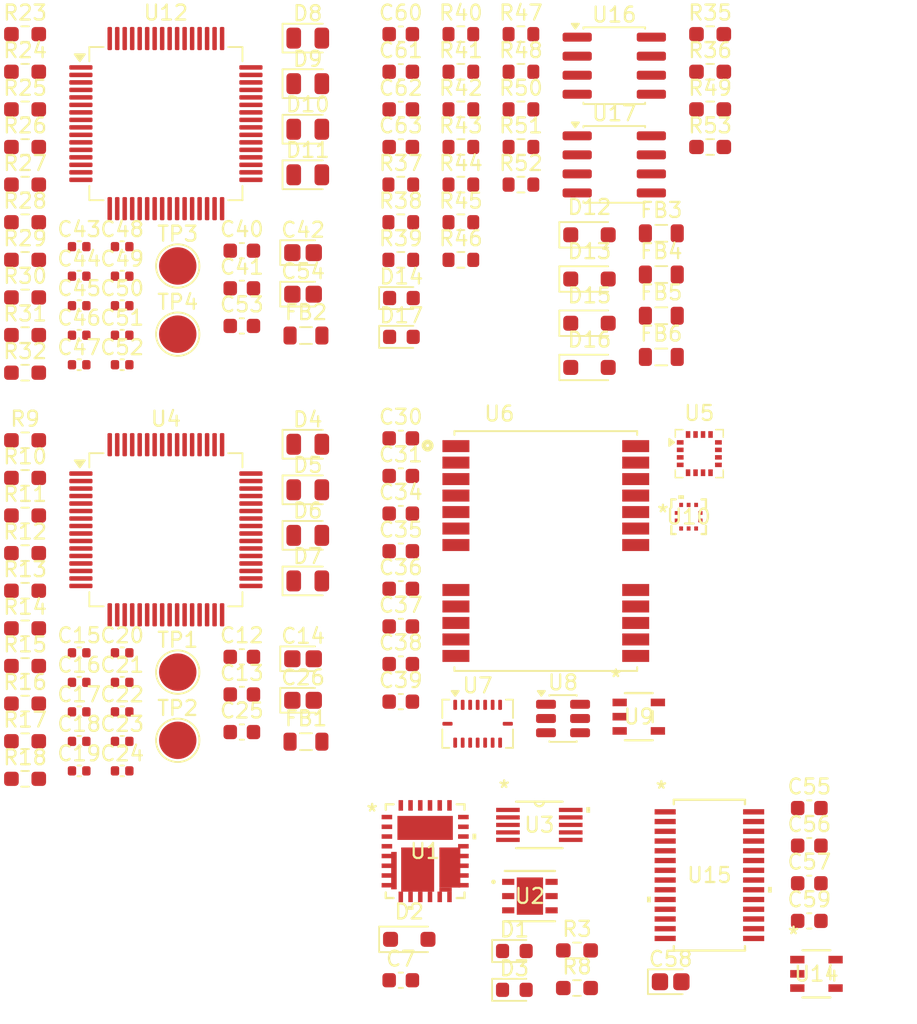
<source format=kicad_pcb>
(kicad_pcb (version 20241229) (generator "pcbnew") (generator_version "9.0")
  (layers (0 "F.Cu" signal "F.Cu_Signal") (4 "In1.Cu" power "In1.Cu_Gnd") (6 "In2.Cu" power "In2.Cu_Vcc") (2 "B.Cu" signal "B.Cu_Signal") (13 "F.Paste" user) (15 "B.Paste" user) (5 "F.SilkS" user "F.Silkscreen") (7 "B.SilkS" user "B.Silkscreen") (1 "F.Mask" user) (3 "B.Mask" user) (25 "Edge.Cuts" user))
  (net 0 "")
  (net 1 "+5V")
  (net 2 "PS_PVIN")
  (net 3 "Net-(U4-VCAP_1)")
  (net 4 "Net-(U4-VCAP_2)")
  (net 5 "+3.3V")
  (net 6 "NU_OSC_IN")
  (net 7 "Net-(C18-Pad1)")
  (net 8 "NU_VDDA")
  (net 9 "NU_NRST")
  (net 10 "Net-(U12-VCAP_1)")
  (net 11 "Net-(U12-VCAP_2)")
  (net 12 "FCU_OSC_IN")
  (net 13 "Net-(C46-Pad1)")
  (net 14 "FCU_VDDA")
  (net 15 "FCU_NRST")
  (net 16 "Net-(U16-V3)")
  (net 17 "Net-(D12-A)")
  (net 18 "Net-(U17-V3)")
  (net 19 "Net-(D15-A)")
  (net 20 "Net-(D1-A)")
  (net 21 "PS_BST")
  (net 22 "Net-(D2-A)")
  (net 23 "Net-(D3-A)")
  (net 24 "Net-(D4-K)")
  (net 25 "NU_LED4")
  (net 26 "NU_LED3")
  (net 27 "Net-(D5-K)")
  (net 28 "NU_LED2")
  (net 29 "Net-(D6-K)")
  (net 30 "Net-(D7-K)")
  (net 31 "NU_LED1")
  (net 32 "FCU_LED4")
  (net 33 "Net-(D8-K)")
  (net 34 "Net-(D9-K)")
  (net 35 "FCU_LED3")
  (net 36 "Net-(D10-K)")
  (net 37 "FCU_LED2")
  (net 38 "Net-(D11-K)")
  (net 39 "FCU_LED1")
  (net 40 "Net-(D12-K)")
  (net 41 "Net-(D13-A)")
  (net 42 "Net-(D13-K)")
  (net 43 "Net-(D14-K)")
  (net 44 "Net-(D15-K)")
  (net 45 "Net-(D16-A)")
  (net 46 "Net-(D16-K)")
  (net 47 "Net-(D17-K)")
  (net 48 "NU_OSC_OUT")
  (net 49 "NU_BOOT0")
  (net 50 "Net-(SW1-B)")
  (net 51 "NU_I2C2_SCL")
  (net 52 "NU_I2C2_SDA")
  (net 53 "NU_I2C3_SCL")
  (net 54 "NU_I2C3_SDA")
  (net 55 "FCU_OSC_OUT")
  (net 56 "Net-(SW3-B)")
  (net 57 "FCU_BOOT0")
  (net 58 "FCU_I2C1_SCL")
  (net 59 "FCU_I2C1_SDA")
  (net 60 "FCU_I2C2_SCL")
  (net 61 "FCU_I2C2_SDA")
  (net 62 "FCU_UART1_RX")
  (net 63 "NU_UART1_TX")
  (net 64 "FCU_UART1_TX")
  (net 65 "NU_UART1_RX")
  (net 66 "FCU_GPIOA")
  (net 67 "NU_GPIOA")
  (net 68 "FCU_GPIOB")
  (net 69 "NU_GPIOB")
  (net 70 "NU_GPIOC")
  (net 71 "FCU_GPIOC")
  (net 72 "FCU_GPIOD")
  (net 73 "NU_GPIOD")
  (net 74 "NU_GPIOE")
  (net 75 "FCU_GPIOE")
  (net 76 "NU_GPIOF")
  (net 77 "FCU_GPIOF")
  (net 78 "NU_GPIOG")
  (net 79 "FCU_GPIOG")
  (net 80 "FCU_USB_OTG_FS_DP")
  (net 81 "Net-(J16-D+)")
  (net 82 "FCU_USB_OTG_FS_DM")
  (net 83 "Net-(J16-D-)")
  (net 84 "Net-(J16-ID)")
  (net 85 "FCU_USB_OTG_FS_ID")
  (net 86 "NU_USB_OTG_FS_DP")
  (net 87 "Net-(J18-D+)")
  (net 88 "NU_USB_OTG_FS_DM")
  (net 89 "Net-(J18-D-)")
  (net 90 "NU_USB_OTG_FS_ID")
  (net 91 "Net-(J18-ID)")
  (net 92 "NU_I2C1_SDA")
  (net 93 "NU_I2C1_SCL")
  (net 94 "PS_PG")
  (net 95 "PS_CS")
  (net 96 "Net-(U1-PVDD)")
  (net 98 "PS_FB")
  (net 99 "PS_EN")
  (net 101 "VCC")
  (net 103 "NU_IMU_GYRO_INT")
  (net 104 "NU_SPI2_SCK")
  (net 105 "NU_GPIO_D")
  (net 107 "NU_GPS_NRST")
  (net 108 "NU_SPI2_MOSI")
  (net 109 "NU_MAG_INT")
  (net 111 "NU_UART2_TX")
  (net 112 "NU_GPIO_B")
  (net 114 "NU_SPI1_MISO")
  (net 115 "NU_LED_2")
  (net 116 "NU_UART3_RX")
  (net 117 "NU_SPI2_MISO")
  (net 118 "NU_BARO_INT")
  (net 119 "NU_LED_4")
  (net 121 "NU_SPI1_SCK")
  (net 122 "NU_SWCLK")
  (net 123 "NU_SPI1_MOSI")
  (net 124 "NU_IMU_ACCEL_INT")
  (net 125 "NU_UART3_TX")
  (net 126 "NU_UART4_TX")
  (net 127 "NU_GPS_PSS")
  (net 128 "NU_LED_3")
  (net 129 "NU_GPIO_E")
  (net 130 "NU_GPIO_F")
  (net 131 "NU_GPIO_A")
  (net 132 "NU_GPIO_C")
  (net 133 "NU_LED_1")
  (net 134 "NU_GPS_LNA_EN")
  (net 135 "NU_USB_OTG_FS_VBUS")
  (net 136 "NU_SPI2_CS_IMU")
  (net 137 "NU_UART2_RX")
  (net 138 "NU_SWDIO")
  (net 139 "NU_SPI1_FLASH_CS")
  (net 140 "NU_UART4_RX")
  (net 143 "Net-(U5-C1)")
  (net 146 "Net-(JP1-C)")
  (net 148 "Net-(U6-VCC_RF)")
  (net 152 "Net-(U6-RF_IN)")
  (net 155 "GPS_BACKUP_BAT")
  (net 163 "FCU_SPI1_SCK")
  (net 165 "FCU_UART2_RX")
  (net 166 "FCU_TIM2_CH2")
  (net 167 "FCU_SPI1_MISO")
  (net 169 "FCU_SDIO_DET")
  (net 170 "FCU_TIM3_CH3")
  (net 171 "FCU_USB_OTG_FS_VBUS")
  (net 172 "FCU_TIM3_CH1")
  (net 173 "FCU_UART3_TX")
  (net 175 "FCU_SPI1_MOSI")
  (net 176 "FCU_SDIO_CMD")
  (net 177 "FCU_SDIO_CLK")
  (net 179 "FCU_TIM3_CH4")
  (net 181 "FCU_TIM3_CH2")
  (net 182 "FCU_SDIO_D0")
  (net 183 "FCU_SWDIO")
  (net 184 "FCU_UART4_TX")
  (net 185 "FCU_UART2_TX")
  (net 186 "FCU_UART3_RX")
  (net 187 "FCU_SP1_FLASH_CS")
  (net 189 "FCU_TIM2_CH1")
  (net 191 "FCU_SWCLK")
  (net 192 "FCU_UART4_RX")
  (net 195 "PWM_0")
  (net 197 "PWM_4")
  (net 198 "PWM_3")
  (net 201 "PWM_7")
  (net 202 "PWM_6")
  (net 203 "PWM_9")
  (net 206 "PWM_2")
  (net 208 "PWM_5")
  (net 209 "PWM_8")
  (net 210 "PWM_1")
  (net 211 "Net-(J14-D+)")
  (net 212 "Net-(J14-D-)")
  (net 214 "Net-(J17-D+)")
  (net 216 "Net-(J17-D-)")
  (footprint "Capacitor_SMD:C_0402_1005Metric" (layer "F.Cu") (at 32.1075 62.51)
    (property "Reference" "C20" (at 0 -1.16 0) (layer "F.SilkS"))
    (property "Value" "100n")
    (pad "1" smd roundrect (at -0.48 0) (size 0.56 0.62) (layers "F.Cu" "F.Mask" "F.Paste") (net 5 "+3.3V"))
    (pad "2" smd roundrect (at 0.48 0) (size 0.56 0.62) (layers "F.Cu" "F.Mask" "F.Paste") (net 2 "PS_PVIN"))
  )
  (footprint "Diode_SMD:D_SOD-323_HandSoldering" (layer "F.Cu") (at 51.2725 81.63)
    (property "Reference" "D2" (at 0 -1.85 0) (layer "F.SilkS"))
    (property "Value" "D_Schottky")
    (pad "1" smd roundrect (at -1.25 0) (size 1 1) (layers "F.Cu" "F.Mask" "F.Paste") (net 21 "PS_BST"))
    (pad "2" smd roundrect (at 1.25 0) (size 1 1) (layers "F.Cu" "F.Mask" "F.Paste") (net 22 "Net-(D2-A)"))
  )
  (footprint "Capacitor_SMD:C_0402_1005Metric" (layer "F.Cu") (at 32.1075 37.38)
    (property "Reference" "C49" (at 0 -1.16 0) (layer "F.SilkS"))
    (property "Value" "100n")
    (pad "1" smd roundrect (at -0.48 0) (size 0.56 0.62) (layers "F.Cu" "F.Mask" "F.Paste") (net 5 "+3.3V"))
    (pad "2" smd roundrect (at 0.48 0) (size 0.56 0.62) (layers "F.Cu" "F.Mask" "F.Paste") (net 2 "PS_PVIN"))
  )
  (footprint "Diode_SMD:D_SOD-323_HandSoldering" (layer "F.Cu") (at 63.3025 43.47)
    (property "Reference" "D16" (at 0 -1.85 0) (layer "F.SilkS"))
    (property "Value" "SD103AWS")
    (pad "1" smd roundrect (at -1.25 0) (size 1 1) (layers "F.Cu" "F.Mask" "F.Paste") (net 46 "Net-(D16-K)"))
    (pad "2" smd roundrect (at 1.25 0) (size 1 1) (layers "F.Cu" "F.Mask" "F.Paste") (net 45 "Net-(D16-A)"))
  )
  (footprint "Resistor_SMD:R_0603_1608Metric" (layer "F.Cu") (at 58.7275 21.23)
    (property "Reference" "R47" (at 0 -1.43 0) (layer "F.SilkS"))
    (property "Value" "22")
    (pad "1" smd roundrect (at -0.825 0) (size 0.8 0.95) (layers "F.Cu" "F.Mask" "F.Paste") (net 83 "Net-(J16-D-)"))
    (pad "2" smd roundrect (at 0.825 0) (size 0.8 0.95) (layers "F.Cu" "F.Mask" "F.Paste") (net 82 "FCU_USB_OTG_FS_DM"))
  )
  (footprint "TestPoint:TestPoint_Pad_D2.5mm" (layer "F.Cu") (at 35.8175 63.8)
    (property "Reference" "TP1" (at 0 -2.148 0) (layer "F.SilkS"))
    (property "Value" "I2C1")
    (pad "1" smd circle (at 0 0) (size 2.5 2.5) (layers "F.Cu" "F.Mask") (net 92 "NU_I2C1_SDA"))
  )
  (footprint "Capacitor_Tantalum_SMD:CP_EIA-1608-08_AVX-J" (layer "F.Cu") (at 44.1825 35.81)
    (property "Reference" "C42" (at 0 -1.52 0) (layer "F.SilkS"))
    (property "Value" "10u")
    (pad "1" smd roundrect (at -0.715 0) (size 1.09 1.13) (layers "F.Cu" "F.Mask" "F.Paste") (roundrect_rratio 0.229358) (net 5 "+3.3V"))
    (pad "2" smd roundrect (at 0.715 0) (size 1.09 1.13) (layers "F.Cu" "F.Mask" "F.Paste") (roundrect_rratio 0.229358) (net 2 "PS_PVIN"))
  )
  (footprint "Resistor_SMD:R_0603_1608Metric_Pad0.98x0.95mm_HandSolder" (layer "F.Cu") (at 71.3575 26.25)
    (property "Reference" "R49" (at 0 -1.43 0) (layer "F.SilkS"))
    (property "Value" "560")
    (pad "1" smd roundrect (at -0.9125 0) (size 0.975 0.95) (layers "F.Cu" "F.Mask" "F.Paste") (net 43 "Net-(D14-K)"))
    (pad "2" smd roundrect (at 0.9125 0) (size 0.975 0.95) (layers "F.Cu" "F.Mask" "F.Paste") (net 2 "PS_PVIN"))
  )
  (footprint "Capacitor_SMD:C_0603_1608Metric" (layer "F.Cu") (at 50.7075 53.22)
    (property "Reference" "C34" (at 0 -1.43 0) (layer "F.SilkS"))
    (property "Value" "100n")
    (pad "1" smd roundrect (at -0.775 0) (size 0.9 0.95) (layers "F.Cu" "F.Mask" "F.Paste") (net 5 "+3.3V"))
    (pad "2" smd roundrect (at 0.775 0) (size 0.9 0.95) (layers "F.Cu" "F.Mask" "F.Paste") (net 2 "PS_PVIN"))
  )
  (footprint "Capacitor_SMD:C_0603_1608Metric" (layer "F.Cu") (at 77.9775 75.38)
    (property "Reference" "C56" (at 0 -1.43 0) (layer "F.SilkS"))
    (property "Value" "100n")
    (pad "1" smd roundrect (at -0.775 0) (size 0.9 0.95) (layers "F.Cu" "F.Mask" "F.Paste") (net 5 "+3.3V"))
    (pad "2" smd roundrect (at 0.775 0) (size 0.9 0.95) (layers "F.Cu" "F.Mask" "F.Paste") (net 2 "PS_PVIN"))
  )
  (footprint "Package_LGA:LGA-16_3x3mm_P0.5mm" (layer "F.Cu") (at 70.6335 49.22)
    (property "Reference" "U5" (at 0 -2.7 0) (layer "F.SilkS"))
    (property "Value" "IST8310")
    (pad "1" smd rect (at -1.275 -0.75 90) (size 0.3 0.45) (layers "F.Cu" "F.Mask" "F.Paste") (net 51 "NU_I2C2_SCL"))
    (pad "2" smd rect (at -1.275 -0.25 90) (size 0.3 0.45) (layers "F.Cu" "F.Mask" "F.Paste") (net 5 "+3.3V"))
    (pad "3" smd rect (at -1.275 0.25 90) (size 0.3 0.45) (layers "F.Cu" "F.Mask" "F.Paste"))
    (pad "4" smd rect (at -1.275 0.75 90) (size 0.3 0.45) (layers "F.Cu" "F.Mask" "F.Paste"))
    (pad "5" smd rect (at -0.75 1.275) (size 0.3 0.45) (layers "F.Cu" "F.Mask" "F.Paste") (net 2 "PS_PVIN"))
    (pad "6" smd rect (at -0.25 1.275) (size 0.3 0.45) (layers "F.Cu" "F.Mask" "F.Paste") (net 2 "PS_PVIN"))
    (pad "7" smd rect (at 0.25 1.275) (size 0.3 0.45) (layers "F.Cu" "F.Mask" "F.Paste") (net 5 "+3.3V"))
    (pad "8" smd rect (at 0.75 1.275) (size 0.3 0.45) (layers "F.Cu" "F.Mask" "F.Paste"))
    (pad "9" smd rect (at 1.275 0.75 90) (size 0.3 0.45) (layers "F.Cu" "F.Mask" "F.Paste") (net 2 "PS_PVIN"))
    (pad "10" smd rect (at 1.275 0.25 90) (size 0.3 0.45) (layers "F.Cu" "F.Mask" "F.Paste") (net 143 "Net-(U5-C1)"))
    (pad "11" smd rect (at 1.275 -0.25 90) (size 0.3 0.45) (layers "F.Cu" "F.Mask" "F.Paste") (net 2 "PS_PVIN"))
    (pad "12" smd rect (at 1.275 -0.75 90) (size 0.3 0.45) (layers "F.Cu" "F.Mask" "F.Paste"))
    (pad "13" smd rect (at 0.75 -1.275) (size 0.3 0.45) (layers "F.Cu" "F.Mask" "F.Paste") (net 5 "+3.3V"))
    (pad "14" smd rect (at 0.25 -1.275) (size 0.3 0.45) (layers "F.Cu" "F.Mask" "F.Paste") (net 5 "+3.3V"))
    (pad "15" smd rect (at -0.25 -1.275) (size 0.3 0.45) (layers "F.Cu" "F.Mask" "F.Paste") (net 109 "NU_MAG_INT"))
    (pad "16" smd rect (at -0.75 -1.275) (size 0.3 0.45) (layers "F.Cu" "F.Mask" "F.Paste") (net 52 "NU_I2C2_SDA"))
  )
  (footprint "Capacitor_SMD:C_0603_1608Metric" (layer "F.Cu") (at 50.7075 65.77)
    (property "Reference" "C39" (at 0 -1.43 0) (layer "F.SilkS"))
    (property "Value" "100n")
    (pad "1" smd roundrect (at -0.775 0) (size 0.9 0.95) (layers "F.Cu" "F.Mask" "F.Paste") (net 5 "+3.3V"))
    (pad "2" smd roundrect (at 0.775 0) (size 0.9 0.95) (layers "F.Cu" "F.Mask" "F.Paste") (net 2 "PS_PVIN"))
  )
  (footprint "Capacitor_SMD:C_0603_1608Metric" (layer "F.Cu") (at 50.7075 63.26)
    (property "Reference" "C38" (at 0 -1.43 0) (layer "F.SilkS"))
    (property "Value" "100n")
    (pad "1" smd roundrect (at -0.775 0) (size 0.9 0.95) (layers "F.Cu" "F.Mask" "F.Paste") (net 2 "PS_PVIN"))
    (pad "2" smd roundrect (at 0.775 0) (size 0.9 0.95) (layers "F.Cu" "F.Mask" "F.Paste") (net 5 "+3.3V"))
  )
  (footprint "Capacitor_SMD:C_0402_1005Metric" (layer "F.Cu") (at 29.2375 70.39)
    (property "Reference" "C19" (at 0 -1.16 0) (layer "F.SilkS"))
    (property "Value" "100n")
    (pad "1" smd roundrect (at -0.48 0) (size 0.56 0.62) (layers "F.Cu" "F.Mask" "F.Paste") (net 5 "+3.3V"))
    (pad "2" smd roundrect (at 0.48 0) (size 0.56 0.62) (layers "F.Cu" "F.Mask" "F.Paste") (net 2 "PS_PVIN"))
  )
  (footprint "Capacitor_Tantalum_SMD:CP_EIA-1608-08_AVX-J" (layer "F.Cu") (at 68.7225 84.46)
    (property "Reference" "C58" (at 0 -1.52 0) (layer "F.SilkS"))
    (property "Value" "10u")
    (pad "1" smd roundrect (at -0.715 0) (size 1.09 1.13) (layers "F.Cu" "F.Mask" "F.Paste") (roundrect_rratio 0.229358) (net 5 "+3.3V"))
    (pad "2" smd roundrect (at 0.715 0) (size 1.09 1.13) (layers "F.Cu" "F.Mask" "F.Paste") (roundrect_rratio 0.229358) (net 2 "PS_PVIN"))
  )
  (footprint "Capacitor_SMD:C_0603_1608Metric" (layer "F.Cu") (at 50.7075 60.75)
    (property "Reference" "C37" (at 0 -1.43 0) (layer "F.SilkS"))
    (property "Value" "100n")
    (pad "1" smd roundrect (at -0.775 0) (size 0.9 0.95) (layers "F.Cu" "F.Mask" "F.Paste") (net 2 "PS_PVIN"))
    (pad "2" smd roundrect (at 0.775 0) (size 0.9 0.95) (layers "F.Cu" "F.Mask" "F.Paste") (net 5 "+3.3V"))
  )
  (footprint "Capacitor_SMD:C_0603_1608Metric" (layer "F.Cu") (at 50.7075 21.23)
    (property "Reference" "C60" (at 0 -1.43 0) (layer "F.SilkS"))
    (property "Value" "100n")
    (pad "1" smd roundrect (at -0.775 0) (size 0.9 0.95) (layers "F.Cu" "F.Mask" "F.Paste") (net 16 "Net-(U16-V3)"))
    (pad "2" smd roundrect (at 0.775 0) (size 0.9 0.95) (layers "F.Cu" "F.Mask" "F.Paste") (net 2 "PS_PVIN"))
  )
  (footprint "Diode_SMD:D_SOD-323_HandSoldering" (layer "F.Cu") (at 63.3025 40.52)
    (property "Reference" "D15" (at 0 -1.85 0) (layer "F.SilkS"))
    (property "Value" "SD103AWS")
    (pad "1" smd roundrect (at -1.25 0) (size 1 1) (layers "F.Cu" "F.Mask" "F.Paste") (net 44 "Net-(D15-K)"))
    (pad "2" smd roundrect (at 1.25 0) (size 1 1) (layers "F.Cu" "F.Mask" "F.Paste") (net 19 "Net-(D15-A)"))
  )
  (footprint "Inductor_SMD:L_0805_2012Metric" (layer "F.Cu") (at 44.3775 41.34)
    (property "Reference" "FB2" (at 0 -1.55 0) (layer "F.SilkS"))
    (property "Value" "FerriteBead")
    (pad "1" smd roundrect (at -1.0625 0) (size 0.875 1.2) (layers "F.Cu" "F.Mask" "F.Paste") (net 5 "+3.3V"))
    (pad "2" smd roundrect (at 1.0625 0) (size 0.875 1.2) (layers "F.Cu" "F.Mask" "F.Paste") (net 14 "FCU_VDDA"))
  )
  (footprint "Capacitor_SMD:C_0402_1005Metric" (layer "F.Cu") (at 29.2375 41.32)
    (property "Reference" "C46" (at 0 -1.16 0) (layer "F.SilkS"))
    (property "Value" "10p")
    (pad "1" smd roundrect (at -0.48 0) (size 0.56 0.62) (layers "F.Cu" "F.Mask" "F.Paste") (net 13 "Net-(C46-Pad1)"))
    (pad "2" smd roundrect (at 0.48 0) (size 0.56 0.62) (layers "F.Cu" "F.Mask" "F.Paste") (net 2 "PS_PVIN"))
  )
  (footprint "Resistor_SMD:R_0603_1608Metric_Pad0.98x0.95mm_HandSolder" (layer "F.Cu") (at 25.6275 41.31)
    (property "Reference" "R31" (at 0 -1.43 0) (layer "F.SilkS"))
    (property "Value" "4k7")
    (pad "1" smd roundrect (at -0.9125 0) (size 0.975 0.95) (layers "F.Cu" "F.Mask" "F.Paste") (net 5 "+3.3V"))
    (pad "2" smd roundrect (at 0.9125 0) (size 0.975 0.95) (layers "F.Cu" "F.Mask" "F.Paste") (net 60 "FCU_I2C2_SCL"))
  )
  (footprint "Resistor_SMD:R_0603_1608Metric_Pad0.98x0.95mm_HandSolder" (layer "F.Cu") (at 25.6275 60.88)
    (property "Reference" "R14" (at 0 -1.43 0) (layer "F.SilkS"))
    (property "Value" "560")
    (pad "1" smd roundrect (at -0.9125 0) (size 0.975 0.95) (layers "F.Cu" "F.Mask" "F.Paste") (net 30 "Net-(D7-K)"))
    (pad "2" smd roundrect (at 0.9125 0) (size 0.975 0.95) (layers "F.Cu" "F.Mask" "F.Paste") (net 2 "PS_PVIN"))
  )
  (footprint "Package_TO_SOT_SMD:SOT-23-6" (layer "F.Cu") (at 61.5375 66.895)
    (property "Reference" "U8" (at 0 -2.4 0) (layer "F.SilkS"))
    (property "Value" "TMP100")
    (pad "1" smd roundrect (at -1.1375 -0.95) (size 1.325 0.6) (layers "F.Cu" "F.Mask" "F.Paste") (net 51 "NU_I2C2_SCL"))
    (pad "2" smd roundrect (at -1.1375 0) (size 1.325 0.6) (layers "F.Cu" "F.Mask" "F.Paste") (net 2 "PS_PVIN"))
    (pad "3" smd roundrect (at -1.1375 0.95) (size 1.325 0.6) (layers "F.Cu" "F.Mask" "F.Paste") (net 2 "PS_PVIN"))
    (pad "4" smd roundrect (at 1.1375 0.95) (size 1.325 0.6) (layers "F.Cu" "F.Mask" "F.Paste") (net 5 "+3.3V"))
    (pad "5" smd roundrect (at 1.1375 0) (size 1.325 0.6) (layers "F.Cu" "F.Mask" "F.Paste") (net 2 "PS_PVIN"))
    (pad "6" smd roundrect (at 1.1375 -0.95) (size 1.325 0.6) (layers "F.Cu" "F.Mask" "F.Paste") (net 52 "NU_I2C2_SDA"))
  )
  (footprint "Resistor_SMD:R_0603_1608Metric" (layer "F.Cu") (at 58.7275 31.27)
    (property "Reference" "R52" (at 0 -1.43 0) (layer "F.SilkS"))
    (property "Value" "560")
    (pad "1" smd roundrect (at -0.825 0) (size 0.8 0.95) (layers "F.Cu" "F.Mask" "F.Paste") (net 91 "Net-(J18-ID)"))
    (pad "2" smd roundrect (at 0.825 0) (size 0.8 0.95) (layers "F.Cu" "F.Mask" "F.Paste") (net 90 "NU_USB_OTG_FS_ID"))
  )
  (footprint "Capacitor_SMD:C_0402_1005Metric" (layer "F.Cu") (at 32.1075 68.42)
    (property "Reference" "C23" (at 0 -1.16 0) (layer "F.SilkS"))
    (property "Value" "100n")
    (pad "1" smd roundrect (at -0.48 0) (size 0.56 0.62) (layers "F.Cu" "F.Mask" "F.Paste") (net 5 "+3.3V"))
    (pad "2" smd roundrect (at 0.48 0) (size 0.56 0.62) (layers "F.Cu" "F.Mask" "F.Paste") (net 2 "PS_PVIN"))
  )
  (footprint "Capacitor_SMD:C_0603_1608Metric" (layer "F.Cu") (at 40.0975 40.7)
    (property "Reference" "C53" (at 0 -1.43 0) (layer "F.SilkS"))
    (property "Value" "100n")
    (pad "1" smd roundrect (at -0.775 0) (size 0.9 0.95) (layers "F.Cu" "F.Mask" "F.Paste") (net 15 "FCU_NRST"))
    (pad "2" smd roundrect (at 0.775 0) (size 0.9 0.95) (layers "F.Cu" "F.Mask" "F.Paste") (net 2 "PS_PVIN"))
  )
  (footprint "Capacitor_SMD:C_0603_1608Metric" (layer "F.Cu") (at 77.9775 80.4)
    (property "Reference" "C59" (at 0 -1.43 0) (layer "F.SilkS"))
    (property "Value" "100n")
    (pad "1" smd roundrect (at -0.775 0) (size 0.9 0.95) (layers "F.Cu" "F.Mask" "F.Paste") (net 5 "+3.3V"))
    (pad "2" smd roundrect (at 0.775 0) (size 0.9 0.95) (layers "F.Cu" "F.Mask" "F.Paste") (net 2 "PS_PVIN"))
  )
  (footprint "Resistor_SMD:R_0603_1608Metric" (layer "F.Cu") (at 54.7175 28.76)
    (property "Reference" "R43" (at 0 -1.43 0) (layer "F.SilkS"))
    (property "Value" "10")
    (pad "1" smd roundrect (at -0.825 0) (size 0.8 0.95) (layers "F.Cu" "F.Mask" "F.Paste") (net 75 "FCU_GPIOE"))
    (pad "2" smd roundrect (at 0.825 0) (size 0.8 0.95) (layers "F.Cu" "F.Mask" "F.Paste") (net 74 "NU_GPIOE"))
  )
  (footprint "Package_QFP:LQFP-64_10x10mm_P0.5mm" (layer "F.Cu") (at 35.0275 27.2)
    (property "Reference" "U12" (at 0 -7.4 0) (layer "F.SilkS"))
    (property "Value" "STM32F405RGTx")
    (pad "1" smd roundrect (at -5.675 -3.75) (size 1.55 0.3) (layers "F.Cu" "F.Mask" "F.Paste") (net 5 "+3.3V"))
    (pad "2" smd roundrect (at -5.675 -3.25) (size 1.55 0.3) (layers "F.Cu" "F.Mask" "F.Paste"))
    (pad "3" smd roundrect (at -5.675 -2.75) (size 1.55 0.3) (layers "F.Cu" "F.Mask" "F.Paste") (net 77 "FCU_GPIOF"))
    (pad "4" smd roundrect (at -5.675 -2.25) (size 1.55 0.3) (layers "F.Cu" "F.Mask" "F.Paste") (net 75 "FCU_GPIOE"))
    (pad "5" smd roundrect (at -5.675 -1.75) (size 1.55 0.3) (layers "F.Cu" "F.Mask" "F.Paste") (net 12 "FCU_OSC_IN"))
    (pad "6" smd roundrect (at -5.675 -1.25) (size 1.55 0.3) (layers "F.Cu" "F.Mask" "F.Paste") (net 55 "FCU_OSC_OUT"))
    (pad "7" smd roundrect (at -5.675 -0.75) (size 1.55 0.3) (layers "F.Cu" "F.Mask" "F.Paste") (net 15 "FCU_NRST"))
    (pad "8" smd roundrect (at -5.675 -0.25) (size 1.55 0.3) (layers "F.Cu" "F.Mask" "F.Paste") (net 72 "FCU_GPIOD"))
    (pad "9" smd roundrect (at -5.675 0.25) (size 1.55 0.3) (layers "F.Cu" "F.Mask" "F.Paste") (net 71 "FCU_GPIOC"))
    (pad "10" smd roundrect (at -5.675 0.75) (size 1.55 0.3) (layers "F.Cu" "F.Mask" "F.Paste") (net 68 "FCU_GPIOB"))
    (pad "11" smd roundrect (at -5.675 1.25) (size 1.55 0.3) (layers "F.Cu" "F.Mask" "F.Paste") (net 66 "FCU_GPIOA"))
    (pad "12" smd roundrect (at -5.675 1.75) (size 1.55 0.3) (layers "F.Cu" "F.Mask" "F.Paste") (net 2 "PS_PVIN"))
    (pad "13" smd roundrect (at -5.675 2.25) (size 1.55 0.3) (layers "F.Cu" "F.Mask" "F.Paste") (net 14 "FCU_VDDA"))
    (pad "14" smd roundrect (at -5.675 2.75) (size 1.55 0.3) (layers "F.Cu" "F.Mask" "F.Paste") (net 184 "FCU_UART4_TX"))
    (pad "15" smd roundrect (at -5.675 3.25) (size 1.55 0.3) (layers "F.Cu" "F.Mask" "F.Paste") (net 192 "FCU_UART4_RX"))
    (pad "16" smd roundrect (at -5.675 3.75) (size 1.55 0.3) (layers "F.Cu" "F.Mask" "F.Paste") (net 185 "FCU_UART2_TX"))
    (pad "17" smd roundrect (at -3.75 5.675) (size 0.3 1.55) (layers "F.Cu" "F.Mask" "F.Paste") (net 165 "FCU_UART2_RX"))
    (pad "18" smd roundrect (at -3.25 5.675) (size 0.3 1.55) (layers "F.Cu" "F.Mask" "F.Paste") (net 2 "PS_PVIN"))
    (pad "19" smd roundrect (at -2.75 5.675) (size 0.3 1.55) (layers "F.Cu" "F.Mask" "F.Paste") (net 5 "+3.3V"))
    (pad "20" smd roundrect (at -2.25 5.675) (size 0.3 1.55) (layers "F.Cu" "F.Mask" "F.Paste") (net 187 "FCU_SP1_FLASH_CS"))
    (pad "21" smd roundrect (at -1.75 5.675) (size 0.3 1.55) (layers "F.Cu" "F.Mask" "F.Paste") (net 163 "FCU_SPI1_SCK"))
    (pad "22" smd roundrect (at -1.25 5.675) (size 0.3 1.55) (layers "F.Cu" "F.Mask" "F.Paste") (net 167 "FCU_SPI1_MISO"))
    (pad "23" smd roundrect (at -0.75 5.675) (size 0.3 1.55) (layers "F.Cu" "F.Mask" "F.Paste") (net 175 "FCU_SPI1_MOSI"))
    (pad "24" smd roundrect (at -0.25 5.675) (size 0.3 1.55) (layers "F.Cu" "F.Mask" "F.Paste"))
    (pad "25" smd roundrect (at 0.25 5.675) (size 0.3 1.55) (layers "F.Cu" "F.Mask" "F.Paste"))
    (pad "26" smd roundrect (at 0.75 5.675) (size 0.3 1.55) (layers "F.Cu" "F.Mask" "F.Paste") (net 170 "FCU_TIM3_CH3"))
    (pad "27" smd roundrect (at 1.25 5.675) (size 0.3 1.55) (layers "F.Cu" "F.Mask" "F.Paste") (net 179 "FCU_TIM3_CH4"))
    (pad "28" smd roundrect (at 1.75 5.675) (size 0.3 1.55) (layers "F.Cu" "F.Mask" "F.Paste"))
    (pad "29" smd roundrect (at 2.25 5.675) (size 0.3 1.55) (layers "F.Cu" "F.Mask" "F.Paste") (net 60 "FCU_I2C2_SCL"))
    (pad "30" smd roundrect (at 2.75 5.675) (size 0.3 1.55) (layers "F.Cu" "F.Mask" "F.Paste") (net 61 "FCU_I2C2_SDA"))
    (pad "31" smd roundrect (at 3.25 5.675) (size 0.3 1.55) (layers "F.Cu" "F.Mask" "F.Paste") (net 10 "Net-(U12-VCAP_1)"))
    (pad "32" smd roundrect (at 3.75 5.675) (size 0.3 1.55) (layers "F.Cu" "F.Mask" "F.Paste") (net 5 "+3.3V"))
    (pad "33" smd roundrect (at 5.675 3.75) (size 1.55 0.3) (layers "F.Cu" "F.Mask" "F.Paste") (net 32 "FCU_LED4"))
    (pad "34" smd roundrect (at 5.675 3.25) (size 1.55 0.3) (layers "F.Cu" "F.Mask" "F.Paste") (net 35 "FCU_LED3"))
    (pad "35" smd roundrect (at 5.675 2.75) (size 1.55 0.3) (layers "F.Cu" "F.Mask" "F.Paste") (net 37 "FCU_LED2"))
    (pad "36" smd roundrect (at 5.675 2.25) (size 1.55 0.3) (layers "F.Cu" "F.Mask" "F.Paste") (net 39 "FCU_LED1"))
    (pad "37" smd roundrect (at 5.675 1.75) (size 1.55 0.3) (layers "F.Cu" "F.Mask" "F.Paste") (net 172 "FCU_TIM3_CH1"))
    (pad "38" smd roundrect (at 5.675 1.25) (size 1.55 0.3) (layers "F.Cu" "F.Mask" "F.Paste") (net 181 "FCU_TIM3_CH2"))
    (pad "39" smd roundrect (at 5.675 0.75) (size 1.55 0.3) (layers "F.Cu" "F.Mask" "F.Paste") (net 182 "FCU_SDIO_D0"))
    (pad "40" smd roundrect (at 5.675 0.25) (size 1.55 0.3) (layers "F.Cu" "F.Mask" "F.Paste") (net 169 "FCU_SDIO_DET"))
    (pad "41" smd roundrect (at 5.675 -0.25) (size 1.55 0.3) (layers "F.Cu" "F.Mask" "F.Paste"))
    (pad "42" smd roundrect (at 5.675 -0.75) (size 1.55 0.3) (layers "F.Cu" "F.Mask" "F.Paste") (net 171 "FCU_USB_OTG_FS_VBUS"))
    (pad "43" smd roundrect (at 5.675 -1.25) (size 1.55 0.3) (layers "F.Cu" "F.Mask" "F.Paste") (net 85 "FCU_USB_OTG_FS_ID"))
    (pad "44" smd roundrect (at 5.675 -1.75) (size 1.55 0.3) (layers "F.Cu" "F.Mask" "F.Paste") (net 82 "FCU_USB_OTG_FS_DM"))
    (pad "45" smd roundrect (at 5.675 -2.25) (size 1.55 0.3) (layers "F.Cu" "F.Mask" "F.Paste") (net 80 "FCU_USB_OTG_FS_DP"))
    (pad "46" smd roundrect (at 5.675 -2.75) (size 1.55 0.3) (layers "F.Cu" "F.Mask" "F.Paste") (net 183 "FCU_SWDIO"))
    (pad "47" smd roundrect (at 5.675 -3.25) (size 1.55 0.3) (layers "F.Cu" "F.Mask" "F.Paste") (net 11 "Net-(U12-VCAP_2)"))
    (pad "48" smd roundrect (at 5.675 -3.75) (size 1.55 0.3) (layers "F.Cu" "F.Mask" "F.Paste") (net 5 "+3.3V"))
    (pad "49" smd roundrect (at 3.75 -5.675) (size 0.3 1.55) (layers "F.Cu" "F.Mask" "F.Paste") (net 191 "FCU_SWCLK"))
    (pad "50" smd roundrect (at 3.25 -5.675) (size 0.3 1.55) (layers "F.Cu" "F.Mask" "F.Paste") (net 189 "FCU_TIM2_CH1"))
    (pad "51" smd roundrect (at 2.75 -5.675) (size 0.3 1.55) (layers "F.Cu" "F.Mask" "F.Paste") (net 173 "FCU_UART3_TX"))
    (pad "52" smd roundrect (at 2.25 -5.675) (size 0.3 1.55) (layers "F.Cu" "F.Mask" "F.Paste") (net 186 "FCU_UART3_RX"))
    (pad "53" smd roundrect (at 1.75 -5.675) (size 0.3 1.55) (layers "F.Cu" "F.Mask" "F.Paste") (net 177 "FCU_SDIO_CLK"))
    (pad "54" smd roundrect (at 1.25 -5.675) (size 0.3 1.55) (layers "F.Cu" "F.Mask" "F.Paste") (net 176 "FCU_SDIO_CMD"))
    (pad "55" smd roundrect (at 0.75 -5.675) (size 0.3 1.55) (layers "F.Cu" "F.Mask" "F.Paste") (net 166 "FCU_TIM2_CH2"))
    (pad "56" smd roundrect (at 0.25 -5.675) (size 0.3 1.55) (layers "F.Cu" "F.Mask" "F.Paste"))
    (pad "57" smd roundrect (at -0.25 -5.675) (size 0.3 1.55) (layers "F.Cu" "F.Mask" "F.Paste"))
    (pad "58" smd roundrect (at -0.75 -5.675) (size 0.3 1.55) (layers "F.Cu" "F.Mask" "F.Paste") (net 64 "FCU_UART1_TX"))
    (pad "59" smd roundrect (at -1.25 -5.675) (size 0.3 1.55) (layers "F.Cu" "F.Mask" "F.Paste") (net 62 "FCU_UART1_RX"))
    (pad "60" smd roundrect (at -1.75 -5.675) (size 0.3 1.55) (layers "F.Cu" "F.Mask" "F.Paste") (net 57 "FCU_BOOT0"))
    (pad "61" smd roundrect (at -2.25 -5.675) (size 0.3 1.55) (layers "F.Cu" "F.Mask" "F.Paste") (net 58 "FCU_I2C1_SCL"))
    (pad "62" smd roundrect (at -2.75 -5.675) (size 0.3 1.55) (layers "F.Cu" "F.Mask" "F.Paste") (net 59 "FCU_I2C1_SDA"))
    (pad "63" smd roundrect (at -3.25 -5.675) (size 0.3 1.55) (layers "F.Cu" "F.Mask" "F.Paste") (net 2 "PS_PVIN"))
    (pad "64" smd roundrect (at -3.75 -5.675) (size 0.3 1.55) (layers "F.Cu" "F.Mask" "F.Paste") (net 5 "+3.3V"))
  )
  (footprint "Capacitor_Tantalum_SMD:CP_EIA-1608-08_AVX-J" (layer "F.Cu") (at 44.1825 65.68)
    (property "Reference" "C26" (at 0 -1.52 0) (layer "F.SilkS"))
    (property "Value" "1u")
    (pad "1" smd roundrect (at -0.715 0) (size 1.09 1.13) (layers "F.Cu" "F.Mask" "F.Paste") (roundrect_rratio 0.229358) (net 8 "NU_VDDA"))
    (pad "2" smd roundrect (at 0.715 0) (size 1.09 1.13) (layers "F.Cu" "F.Mask" "F.Paste") (roundrect_rratio 0.229358) (net 2 "PS_PVIN"))
  )
  (footprint "Resistor_SMD:R_0603_1608Metric" (layer "F.Cu") (at 54.7175 33.78)
    (property "Reference" "R45" (at 0 -1.43 0) (layer "F.SilkS"))
    (property "Value" "10")
    (pad "1" smd roundrect (at -0.825 0) (size 0.8 0.95) (layers "F.Cu" "F.Mask" "F.Paste") (net 79 "FCU_GPIOG"))
    (pad "2" smd roundrect (at 0.825 0) (size 0.8 0.95) (layers "F.Cu" "F.Mask" "F.Paste") (net 78 "NU_GPIOG"))
  )
  (footprint "Capacitor_SMD:C_0402_1005Metric" (layer "F.Cu") (at 32.1075 35.41)
    (property "Reference" "C48" (at 0 -1.16 0) (layer "F.SilkS"))
    (property "Value" "100n")
    (pad "1" smd roundrect (at -0.48 0) (size 0.56 0.62) (layers "F.Cu" "F.Mask" "F.Paste") (net 5 "+3.3V"))
    (pad "2" smd roundrect (at 0.48 0) (size 0.56 0.62) (layers "F.Cu" "F.Mask" "F.Paste") (net 2 "PS_PVIN"))
  )
  (footprint "Resistor_SMD:R_0603_1608Metric_Pad0.98x0.95mm_HandSolder" (layer "F.Cu") (at 71.3575 28.76)
    (property "Reference" "R53" (at 0 -1.43 0) (layer "F.SilkS"))
    (property "Value" "560")
    (pad "1" smd roundrect (at -0.9125 0) (size 0.975 0.95) (layers "F.Cu" "F.Mask" "F.Paste") (net 47 "Net-(D17-K)"))
    (pad "2" smd roundrect (at 0.9125 0) (size 0.975 0.95) (layers "F.Cu" "F.Mask" "F.Paste") (net 2 "PS_PVIN"))
  )
  (footprint "Resistor_SMD:R_0603_1608Metric_Pad0.98x0.95mm_HandSolder" (layer "F.Cu") (at 62.4675 82.37)
    (property "Reference" "R3" (at 0 -1.43 0) (layer "F.SilkS"))
    (property "Value" "330")
    (pad "1" smd roundrect (at -0.9125 0) (size 0.975 0.95) (layers "F.Cu" "F.Mask" "F.Paste") (net 20 "Net-(D1-A)"))
    (pad "2" smd roundrect (at 0.9125 0) (size 0.975 0.95) (layers "F.Cu" "F.Mask" "F.Paste") (net 5 "+3.3V"))
  )
  (footprint "Package_QFP:LQFP-64_10x10mm_P0.5mm" (layer "F.Cu") (at 35.0275 54.3)
    (property "Reference" "U4" (at 0 -7.4 0) (layer "F.SilkS"))
    (property "Value" "STM32F405RGTx")
    (pad "1" smd roundrect (at -5.675 -3.75) (size 1.55 0.3) (layers "F.Cu" "F.Mask" "F.Paste") (net 5 "+3.3V"))
    (pad "2" smd roundrect (at -5.675 -3.25) (size 1.55 0.3) (layers "F.Cu" "F.Mask" "F.Paste") (net 124 "NU_IMU_ACCEL_INT"))
    (pad "3" smd roundrect (at -5.675 -2.75) (size 1.55 0.3) (layers "F.Cu" "F.Mask" "F.Paste") (net 103 "NU_IMU_GYRO_INT"))
    (pad "4" smd roundrect (at -5.675 -2.25) (size 1.55 0.3) (layers "F.Cu" "F.Mask" "F.Paste") (net 118 "NU_BARO_INT"))
    (pad "5" smd roundrect (at -5.675 -1.75) (size 1.55 0.3) (layers "F.Cu" "F.Mask" "F.Paste") (net 6 "NU_OSC_IN"))
    (pad "6" smd roundrect (at -5.675 -1.25) (size 1.55 0.3) (layers "F.Cu" "F.Mask" "F.Paste") (net 48 "NU_OSC_OUT"))
    (pad "7" smd roundrect (at -5.675 -0.75) (size 1.55 0.3) (layers "F.Cu" "F.Mask" "F.Paste") (net 9 "NU_NRST"))
    (pad "8" smd roundrect (at -5.675 -0.25) (size 1.55 0.3) (layers "F.Cu" "F.Mask" "F.Paste") (net 109 "NU_MAG_INT"))
    (pad "9" smd roundrect (at -5.675 0.25) (size 1.55 0.3) (layers "F.Cu" "F.Mask" "F.Paste"))
    (pad "10" smd roundrect (at -5.675 0.75) (size 1.55 0.3) (layers "F.Cu" "F.Mask" "F.Paste") (net 117 "NU_SPI2_MISO"))
    (pad "11" smd roundrect (at -5.675 1.25) (size 1.55 0.3) (layers "F.Cu" "F.Mask" "F.Paste") (net 108 "NU_SPI2_MOSI"))
    (pad "12" smd roundrect (at -5.675 1.75) (size 1.55 0.3) (layers "F.Cu" "F.Mask" "F.Paste") (net 2 "PS_PVIN"))
    (pad "13" smd roundrect (at -5.675 2.25) (size 1.55 0.3) (layers "F.Cu" "F.Mask" "F.Paste") (net 8 "NU_VDDA"))
    (pad "14" smd roundrect (at -5.675 2.75) (size 1.55 0.3) (layers "F.Cu" "F.Mask" "F.Paste") (net 126 "NU_UART4_TX"))
    (pad "15" smd roundrect (at -5.675 3.25) (size 1.55 0.3) (layers "F.Cu" "F.Mask" "F.Paste") (net 140 "NU_UART4_RX"))
    (pad "16" smd roundrect (at -5.675 3.75) (size 1.55 0.3) (layers "F.Cu" "F.Mask" "F.Paste") (net 111 "NU_UART2_TX"))
    (pad "17" smd roundrect (at -3.75 5.675) (size 0.3 1.55) (layers "F.Cu" "F.Mask" "F.Paste") (net 137 "NU_UART2_RX"))
    (pad "18" smd roundrect (at -3.25 5.675) (size 0.3 1.55) (layers "F.Cu" "F.Mask" "F.Paste") (net 2 "PS_PVIN"))
    (pad "19" smd roundrect (at -2.75 5.675) (size 0.3 1.55) (layers "F.Cu" "F.Mask" "F.Paste") (net 5 "+3.3V"))
    (pad "20" smd roundrect (at -2.25 5.675) (size 0.3 1.55) (layers "F.Cu" "F.Mask" "F.Paste") (net 139 "NU_SPI1_FLASH_CS"))
    (pad "21" smd roundrect (at -1.75 5.675) (size 0.3 1.55) (layers "F.Cu" "F.Mask" "F.Paste") (net 121 "NU_SPI1_SCK"))
    (pad "22" smd roundrect (at -1.25 5.675) (size 0.3 1.55) (layers "F.Cu" "F.Mask" "F.Paste") (net 114 "NU_SPI1_MISO"))
    (pad "23" smd roundrect (at -0.75 5.675) (size 0.3 1.55) (layers "F.Cu" "F.Mask" "F.Paste") (net 123 "NU_SPI1_MOSI"))
    (pad "24" smd roundrect (at -0.25 5.675) (size 0.3 1.55) (layers "F.Cu" "F.Mask" "F.Paste") (net 134 "NU_GPS_LNA_EN"))
    (pad "25" smd roundrect (at 0.25 5.675) (size 0.3 1.55) (layers "F.Cu" "F.Mask" "F.Paste") (net 107 "NU_GPS_NRST"))
    (pad "26" smd roundrect (at 0.75 5.675) (size 0.3 1.55) (layers "F.Cu" "F.Mask" "F.Paste") (net 127 "NU_GPS_PSS"))
    (pad "27" smd roundrect (at 1.25 5.675) (size 0.3 1.55) (layers "F.Cu" "F.Mask" "F.Paste"))
    (pad "28" smd roundrect (at 1.75 5.675) (size 0.3 1.55) (layers "F.Cu" "F.Mask" "F.Paste"))
    (pad "29" smd roundrect (at 2.25 5.675) (size 0.3 1.55) (layers "F.Cu" "F.Mask" "F.Paste") (net 51 "NU_I2C2_SCL"))
    (pad "30" smd roundrect (at 2.75 5.675) (size 0.3 1.55) (layers "F.Cu" "F.Mask" "F.Paste") (net 52 "NU_I2C2_SDA"))
    (pad "31" smd roundrect (at 3.25 5.675) (size 0.3 1.55) (layers "F.Cu" "F.Mask" "F.Paste") (net 3 "Net-(U4-VCAP_1)"))
    (pad "32" smd roundrect (at 3.75 5.675) (size 0.3 1.55) (layers "F.Cu" "F.Mask" "F.Paste") (net 5 "+3.3V"))
    (pad "33" smd roundrect (at 5.675 3.75) (size 1.55 0.3) (layers "F.Cu" "F.Mask" "F.Paste") (net 136 "NU_SPI2_CS_IMU"))
    (pad "34" smd roundrect (at 5.675 3.25) (size 1.55 0.3) (layers "F.Cu" "F.Mask" "F.Paste") (net 104 "NU_SPI2_SCK"))
    (pad "35" smd roundrect (at 5.675 2.75) (size 1.55 0.3) (layers "F.Cu" "F.Mask" "F.Paste") (net 119 "NU_LED_4"))
    (pad "36" smd roundrect (at 5.675 2.25) (size 1.55 0.3) (layers "F.Cu" "F.Mask" "F.Paste") (net 128 "NU_LED_3"))
    (pad "37" smd roundrect (at 5.675 1.75) (size 1.55 0.3) (layers "F.Cu" "F.Mask" "F.Paste") (net 115 "NU_LED_2"))
    (pad "38" smd roundrect (at 5.675 1.25) (size 1.55 0.3) (layers "F.Cu" "F.Mask" "F.Paste") (net 133 "NU_LED_1"))
    (pad "39" smd roundrect (at 5.675 0.75) (size 1.55 0.3) (layers "F.Cu" "F.Mask" "F.Paste"))
    (pad "40" smd roundrect (at 5.675 0.25) (size 1.55 0.3) (layers "F.Cu" "F.Mask" "F.Paste") (net 54 "NU_I2C3_SDA"))
    (pad "41" smd roundrect (at 5.675 -0.25) (size 1.55 0.3) (layers "F.Cu" "F.Mask" "F.Paste") (net 53 "NU_I2C3_SCL"))
    (pad "42" smd roundrect (at 5.675 -0.75) (size 1.55 0.3) (layers "F.Cu" "F.Mask" "F.Paste") (net 135 "NU_USB_OTG_FS_VBUS"))
    (pad "43" smd roundrect (at 5.675 -1.25) (size 1.55 0.3) (layers "F.Cu" "F.Mask" "F.Paste") (net 90 "NU_USB_OTG_FS_ID"))
    (pad "44" smd roundrect (at 5.675 -1.75) (size 1.55 0.3) (layers "F.Cu" "F.Mask" "F.Paste") (net 88 "NU_USB_OTG_FS_DM"))
    (pad "45" smd roundrect (at 5.675 -2.25) (size 1.55 0.3) (layers "F.Cu" "F.Mask" "F.Paste") (net 86 "NU_USB_OTG_FS_DP"))
    (pad "46" smd roundrect (at 5.675 -2.75) (size 1.55 0.3) (layers "F.Cu" "F.Mask" "F.Paste") (net 138 "NU_SWDIO"))
    (pad "47" smd roundrect (at 5.675 -3.25) (size 1.55 0.3) (layers "F.Cu" "F.Mask" "F.Paste") (net 4 "Net-(U4-VCAP_2)"))
    (pad "48" smd roundrect (at 5.675 -3.75) (size 1.55 0.3) (layers "F.Cu" "F.Mask" "F.Paste") (net 5 "+3.3V"))
    (pad "49" smd roundrect (at 3.75 -5.675) (size 0.3 1.55) (layers "F.Cu" "F.Mask" "F.Paste") (net 122 "NU_SWCLK"))
    (pad "50" smd roundrect (at 3.25 -5.675) (size 0.3 1.55) (layers "F.Cu" "F.Mask" "F.Paste") (net 130 "NU_GPIO_F"))
    (pad "51" smd roundrect (at 2.75 -5.675) (size 0.3 1.55) (layers "F.Cu" "F.Mask" "F.Paste") (net 125 "NU_UART3_TX"))
    (pad "52" smd roundrect (at 2.25 -5.675) (size 0.3 1.55) (layers "F.Cu" "F.Mask" "F.Paste") (net 116 "NU_UART3_RX"))
    (pad "53" smd roundrect (at 1.75 -5.675) (size 0.3 1.55) (layers "F.Cu" "F.Mask" "F.Paste") (net 129 "NU_GPIO_E"))
    (pad "54" smd roundrect (at 1.25 -5.675) (size 0.3 1.55) (layers "F.Cu" "F.Mask" "F.Paste") (net 105 "NU_GPIO_D"))
    (pad "55" smd roundrect (at 0.75 -5.675) (size 0.3 1.55) (layers "F.Cu" "F.Mask" "F.Paste") (net 132 "NU_GPIO_C"))
    (pad "56" smd roundrect (at 0.25 -5.675) (size 0.3 1.55) (layers "F.Cu" "F.Mask" "F.Paste") (net 112 "NU_GPIO_B"))
    (pad "57" smd roundrect (at -0.25 -5.675) (size 0.3 1.55) (layers "F.Cu" "F.Mask" "F.Paste") (net 131 "NU_GPIO_A"))
    (pad "58" smd roundrect (at -0.75 -5.675) (size 0.3 1.55) (layers "F.Cu" "F.Mask" "F.Paste") (net 63 "NU_UART1_TX"))
    (pad "59" smd roundrect (at -1.25 -5.675) (size 0.3 1.55) (layers "F.Cu" "F.Mask" "F.Paste") (net 65 "NU_UART1_RX"))
    (pad "60" smd roundrect (at -1.75 -5.675) (size 0.3 1.55) (layers "F.Cu" "F.Mask" "F.Paste") (net 49 "NU_BOOT0"))
    (pad "61" smd roundrect (at -2.25 -5.675) (size 0.3 1.55) (layers "F.Cu" "F.Mask" "F.Paste") (net 93 "NU_I2C1_SCL"))
    (pad "62" smd roundrect (at -2.75 -5.675) (size 0.3 1.55) (layers "F.Cu" "F.Mask" "F.Paste") (net 92 "NU_I2C1_SDA"))
    (pad "63" smd roundrect (at -3.25 -5.675) (size 0.3 1.55) (layers "F.Cu" "F.Mask" "F.Paste") (net 2 "PS_PVIN"))
    (pad "64" smd roundrect (at -3.75 -5.675) (size 0.3 1.55) (layers "F.Cu" "F.Mask" "F.Paste") (net 5 "+3.3V"))
  )
  (footprint "Resistor_SMD:R_0603_1608Metric" (layer "F.Cu") (at 58.7275 26.25)
    (property "Reference" "R50" (at 0 -1.43 0) (layer "F.SilkS"))
    (property "Value" "22")
    (pad "1" smd roundrect (at -0.825 0) (size 0.8 0.95) (layers "F.Cu" "F.Mask" "F.Paste") (net 87 "Net-(J18-D+)"))
    (pad "2" smd roundrect (at 0.825 0) (size 0.8 0.95) (layers "F.Cu" "F.Mask" "F.Paste") (net 86 "NU_USB_OTG_FS_DP"))
  )
  (footprint "Capacitor_SMD:C_0603_1608Metric" (layer "F.Cu") (at 50.7075 58.24)
    (property "Reference" "C36" (at 0 -1.43 0) (layer "F.SilkS"))
    (property "Value" "100n")
    (pad "1" smd roundrect (at -0.775 0) (size 0.9 0.95) (layers "F.Cu" "F.Mask" "F.Paste") (net 5 "+3.3V"))
    (pad "2" smd roundrect (at 0.775 0) (size 0.9 0.95) (layers "F.Cu" "F.Mask" "F.Paste") (net 2 "PS_PVIN"))
  )
  (footprint "Capacitor_SMD:C_0603_1608Metric" (layer "F.Cu") (at 50.7075 26.25)
    (property "Reference" "C62" (at 0 -1.43 0) (layer "F.SilkS"))
    (property "Value" "100n")
    (pad "1" smd roundrect (at -0.775 0) (size 0.9 0.95) (layers "F.Cu" "F.Mask" "F.Paste") (net 18 "Net-(U17-V3)"))
    (pad "2" smd roundrect (at 0.775 0) (size 0.9 0.95) (layers "F.Cu" "F.Mask" "F.Paste") (net 2 "PS_PVIN"))
  )
  (footprint "Resistor_SMD:R_0603_1608Metric" (layer "F.Cu") (at 58.7275 28.76)
    (property "Reference" "R51" (at 0 -1.43 0) (layer "F.SilkS"))
    (property "Value" "22")
    (pad "1" smd roundrect (at -0.825 0) (size 0.8 0.95) (layers "F.Cu" "F.Mask" "F.Paste") (net 89 "Net-(J18-D-)"))
    (pad "2" smd roundrect (at 0.825 0) (size 0.8 0.95) (layers "F.Cu" "F.Mask" "F.Paste") (net 88 "NU_USB_OTG_FS_DM"))
  )
  (footprint "Capacitor_SMD:C_0402_1005Metric" (layer "F.Cu") (at 29.2375 62.51)
    (property "Reference" "C15" (at 0 -1.16 0) (layer "F.SilkS"))
    (property "Value" "10p")
    (pad "1" smd roundrect (at -0.48 0) (size 0.56 0.62) (layers "F.Cu" "F.Mask" "F.Paste") (net 6 "NU_OSC_IN"))
    (pad "2" smd roundrect (at 0.48 0) (size 0.56 0.62) (layers "F.Cu" "F.Mask" "F.Paste") (net 2 "PS_PVIN"))
  )
  (footprint "Resistor_SMD:R_0603_1608Metric_Pad0.98x0.95mm_HandSolder" (layer "F.Cu") (at 25.6275 21.23)
    (property "Reference" "R23" (at 0 -1.43 0) (layer "F.SilkS"))
    (property "Value" "330")
    (pad "1" smd roundrect (at -0.9125 0) (size 0.975 0.95) (layers "F.Cu" "F.Mask" "F.Paste") (net 33 "Net-(D8-K)"))
    (pad "2" smd roundrect (at 0.9125 0) (size 0.975 0.95) (layers "F.Cu" "F.Mask" "F.Paste") (net 2 "PS_PVIN"))
  )
  (footprint "Resistor_SMD:R_0603_1608Metric" (layer "F.Cu") (at 54.7175 31.27)
    (property "Reference" "R44" (at 0 -1.43 0) (layer "F.SilkS"))
    (property "Value" "10")
    (pad "1" smd roundrect (at -0.825 0) (size 0.8 0.95) (layers "F.Cu" "F.Mask" "F.Paste") (net 77 "FCU_GPIOF"))
    (pad "2" smd roundrect (at 0.825 0) (size 0.8 0.95) (layers "F.Cu" "F.Mask" "F.Paste") (net 76 "NU_GPIOF"))
  )
  (footprint "Capacitor_SMD:C_0402_1005Metric" (layer "F.Cu") (at 29.2375 37.38)
    (property "Reference" "C44" (at 0 -1.16 0) (layer "F.SilkS"))
    (property "Value" "100n")
    (pad "1" smd roundrect (at -0.48 0) (size 0.56 0.62) (layers "F.Cu" "F.Mask" "F.Paste") (net 5 "+3.3V"))
    (pad "2" smd roundrect (at 0.48 0) (size 0.56 0.62) (layers "F.Cu" "F.Mask" "F.Paste") (net 2 "PS_PVIN"))
  )
  (footprint "Capacitor_SMD:C_0402_1005Metric" (layer "F.Cu") (at 29.2375 68.42)
    (property "Reference" "C18" (at 0 -1.16 0) (layer "F.SilkS"))
    (property "Value" "10p")
    (pad "1" smd roundrect (at -0.48 0) (size 0.56 0.62) (layers "F.Cu" "F.Mask" "F.Paste") (net 7 "Net-(C18-Pad1)"))
    (pad "2" smd roundrect (at 0.48 0) (size 0.56 0.62) (layers "F.Cu" "F.Mask" "F.Paste") (net 2 "PS_PVIN"))
  )
  (footprint "Resistor_SMD:R_0603_1608Metric" (layer "F.Cu") (at 50.7075 33.78)
    (property "Reference" "R38" (at 0 -1.43 0) (layer "F.SilkS"))
    (property "Value" "10")
    (pad "1" smd roundrect (at -0.825 0) (size 0.8 0.95) (layers "F.Cu" "F.Mask" "F.Paste") (net 64 "FCU_UART1_TX"))
    (pad "2" smd roundrect (at 0.825 0) (size 0.8 0.95) (layers "F.Cu" "F.Mask" "F.Paste") (net 65 "NU_UART1_RX"))
  )
  (footprint "Package_LGA:Bosch_LGA-16_4.5x3mm_P0.5mm_LayoutBorder7x1y_ClockwisePinNumbering" (layer "F.Cu") (at 55.8375 67.245)
    (property "Reference" "U7" (at 0 -2.55 0) (layer "F.SilkS"))
    (property "Value" "BMI088")
    (pad "1" smd roundrect (at -1.5 -1.2625) (size 0.25 0.675) (layers "F.Cu" "F.Mask" "F.Paste"))
    (pad "2" smd roundrect (at -1 -1.2625) (size 0.25 0.675) (layers "F.Cu" "F.Mask" "F.Paste") (net 2 "PS_PVIN"))
    (pad "3" smd roundrect (at -0.5 -1.2625) (size 0.25 0.675) (layers "F.Cu" "F.Mask" "F.Paste") (net 5 "+3.3V"))
    (pad "4" smd roundrect (at 0 -1.2625) (size 0.25 0.675) (layers "F.Cu" "F.Mask" "F.Paste") (net 2 "PS_PVIN"))
    (pad "5" smd roundrect (at 0.5 -1.2625) (size 0.25 0.675) (layers "F.Cu" "F.Mask" "F.Paste"))
    (pad "6" smd roundrect (at 1 -1.2625) (size 0.25 0.675) (layers "F.Cu" "F.Mask" "F.Paste") (net 2 "PS_PVIN"))
    (pad "7" smd roundrect (at 1.5 -1.2625) (size 0.25 0.675) (layers "F.Cu" "F.Mask" "F.Paste") (net 5 "+3.3V"))
    (pad "8" smd roundrect (at 2.0125 0) (size 0.675 0.25) (layers "F.Cu" "F.Mask" "F.Paste") (net 51 "NU_I2C2_SCL"))
    (pad "9" smd roundrect (at 1.5 1.2625) (size 0.25 0.675) (layers "F.Cu" "F.Mask" "F.Paste") (net 52 "NU_I2C2_SDA"))
    (pad "10" smd roundrect (at 1 1.2625) (size 0.25 0.675) (layers "F.Cu" "F.Mask" "F.Paste") (net 2 "PS_PVIN"))
    (pad "11" smd roundrect (at 0.5 1.2625) (size 0.25 0.675) (layers "F.Cu" "F.Mask" "F.Paste") (net 5 "+3.3V"))
    (pad "12" smd roundrect (at 0 1.2625) (size 0.25 0.675) (layers "F.Cu" "F.Mask" "F.Paste") (net 103 "NU_IMU_GYRO_INT"))
    (pad "13" smd roundrect (at -0.5 1.2625) (size 0.25 0.675) (layers "F.Cu" "F.Mask" "F.Paste"))
    (pad "14" smd roundrect (at -1 1.2625) (size 0.25 0.675) (layers "F.Cu" "F.Mask" "F.Paste") (net 5 "+3.3V"))
    (pad "15" smd roundrect (at -1.5 1.2625) (size 0.25 0.675) (layers "F.Cu" "F.Mask" "F.Paste") (net 2 "PS_PVIN"))
    (pad "16" smd roundrect (at -2.0125 0) (size 0.675 0.25) (layers "F.Cu" "F.Mask" "F.Paste") (net 124 "NU_IMU_ACCEL_INT"))
  )
  (footprint "Resistor_SMD:R_0603_1608Metric" (layer "F.Cu") (at 50.7075 36.29)
    (property "Reference" "R39" (at 0 -1.43 0) (layer "F.SilkS"))
    (property "Value" "10")
    (pad "1" smd roundrect (at -0.825 0) (size 0.8 0.95) (layers "F.Cu" "F.Mask" "F.Paste") (net 66 "FCU_GPIOA"))
    (pad "2" smd roundrect (at 0.825 0) (size 0.8 0.95) (layers "F.Cu" "F.Mask" "F.Paste") (net 67 "NU_GPIOA"))
  )
  (footprint "Resistor_SMD:R_0603_1608Metric_Pad0.98x0.95mm_HandSolder" (layer "F.Cu") (at 25.6275 48.33)
    (property "Reference" "R9" (at 0 -1.43 0) (layer "F.SilkS"))
    (property "Value" "330")
    (pad "1" smd roundrect (at -0.9125 0) (size 0.975 0.95) (layers "F.Cu" "F.Mask" "F.Paste") (net 24 "Net-(D4-K)"))
    (pad "2" smd roundrect (at 0.9125 0) (size 0.975 0.95) (layers "F.Cu" "F.Mask" "F.Paste") (net 2 "PS_PVIN"))
  )
  (footprint "Resistor_SMD:R_0603_1608Metric_Pad0.98x0.95mm_HandSolder" (layer "F.Cu") (at 25.6275 38.8)
    (property "Reference" "R30" (at 0 -1.43 0) (layer "F.SilkS"))
    (property "Value" "4k7")
    (pad "1" smd roundrect (at -0.9125 0) (size 0.975 0.95) (layers "F.Cu" "F.Mask" "F.Paste") (net 5 "+3.3V"))
    (pad "2" smd roundrect (at 0.9125 0) (size 0.975 0.95) (layers "F.Cu" "F.Mask" "F.Paste") (net 59 "FCU_I2C1_SDA"))
  )
  (footprint "Capacitor_SMD:C_0603_1608Metric" (layer "F.Cu") (at 50.7075 23.74)
    (property "Reference" "C61" (at 0 -1.43 0) (layer "F.SilkS"))
    (property "Value" "100n")
    (pad "1" smd roundrect (at -0.775 0) (size 0.9 0.95) (layers "F.Cu" "F.Mask" "F.Paste") (net 17 "Net-(D12-A)"))
    (pad "2" smd roundrect (at 0.775 0) (size 0.9 0.95) (layers "F.Cu" "F.Mask" "F.Paste") (net 2 "PS_PVIN"))
  )
  (footprint "Resistor_SMD:R_0603_1608Metric_Pad0.98x0.95mm_HandSolder" (layer "F.Cu") (at 25.6275 33.78)
    (property "Reference" "R28" (at 0 -1.43 0) (layer "F.SilkS"))
    (property "Value" "560")
    (pad "1" smd roundrect (at -0.9125 0) (size 0.975 0.95) (layers "F.Cu" "F.Mask" "F.Paste") (net 38 "Net-(D11-K)"))
    (pad "2" smd roundrect (at 0.9125 0) (size 0.975 0.95) (layers "F.Cu" "F.Mask" "F.Paste") (net 2 "PS_PVIN"))
  )
  (footprint "Capacitor_SMD:C_0402_1005Metric" (layer "F.Cu") (at 32.1075 41.32)
    (property "Reference" "C51" (at 0 -1.16 0) (layer "F.SilkS"))
    (property "Value" "100n")
    (pad "1" smd roundrect (at -0.48 0) (size 0.56 0.62) (layers "F.Cu" "F.Mask" "F.Paste") (net 5 "+3.3V"))
    (pad "2" smd roundrect (at 0.48 0) (size 0.56 0.62) (layers "F.Cu" "F.Mask" "F.Paste") (net 2 "PS_PVIN"))
  )
  (footprint "Aircraft_Footprints:SOT-23-5_2P9X1P6_MCH" (layer "F.Cu") (at 66.5937 66.773)
    (property "Reference" "U9" (at 0 0 0) (layer "F.SilkS"))
    (property "Value" "24CW1280T-I/OT")
    (fp_text user "*" (at -1.53035 -2.601 0) (layer "F.SilkS"))
    (fp_text user "*" (at -1.53035 -2.601 0) (layer "F.SilkS"))
    (pad "1" smd rect (at -1.27635 -0.950001) (size 0.9525 0.508) (layers "F.Cu" "F.Mask" "F.Paste") (net 51 "NU_I2C2_SCL"))
    (pad "2" smd rect (at -1.27635 0) (size 0.9525 0.508) (layers "F.Cu" "F.Mask" "F.Paste") (net 2 "PS_PVIN"))
    (pad "3" smd rect (at -1.27635 0.950001) (size 0.9525 0.508) (layers "F.Cu" "F.Mask" "F.Paste") (net 52 "NU_I2C2_SDA"))
    (pad "4" smd rect (at 1.27635 0.950001) (size 0.9525 0.508) (layers "F.Cu" "F.Mask" "F.Paste") (net 5 "+3.3V"))
    (pad "5" smd rect (at 1.27635 -0.950001) (size 0.9525 0.508) (layers "F.Cu" "F.Mask" "F.Paste"))
  )
  (footprint "LED_SMD:LED_0805_2012Metric" (layer "F.Cu") (at 44.4975 51.635)
    (property "Reference" "D5" (at 0 -1.65 0) (layer "F.SilkS"))
    (property "Value" "G")
    (pad "1" smd roundrect (at -0.9375 0) (size 0.975 1.4) (layers "F.Cu" "F.Mask" "F.Paste") (net 27 "Net-(D5-K)"))
    (pad "2" smd roundrect (at 0.9375 0) (size 0.975 1.4) (layers "F.Cu" "F.Mask" "F.Paste") (net 26 "NU_LED3"))
  )
  (footprint "Capacitor_SMD:C_0402_1005Metric" (layer "F.Cu") (at 32.1075 64.48)
    (property "Reference" "C21" (at 0 -1.16 0) (layer "F.SilkS"))
    (property "Value" "100n")
    (pad "1" smd roundrect (at -0.48 0) (size 0.56 0.62) (layers "F.Cu" "F.Mask" "F.Paste") (net 5 "+3.3V"))
    (pad "2" smd roundrect (at 0.48 0) (size 0.56 0.62) (layers "F.Cu" "F.Mask" "F.Paste") (net 2 "PS_PVIN"))
  )
  (footprint "Resistor_SMD:R_0603_1608Metric_Pad0.98x0.95mm_HandSolder" (layer "F.Cu") (at 71.3575 21.23)
    (property "Reference" "R35" (at 0 -1.43 0) (layer "F.SilkS"))
    (property "Value" "0")
    (pad "1" smd roundrect (at -0.9125 0) (size 0.975 0.95) (layers "F.Cu" "F.Mask" "F.Paste") (net 59 "FCU_I2C1_SDA"))
    (pad "2" smd roundrect (at 0.9125 0) (size 0.975 0.95) (layers "F.Cu" "F.Mask" "F.Paste") (net 52 "NU_I2C2_SDA"))
  )
  (footprint "Resistor_SMD:R_0603_1608Metric_Pad0.98x0.95mm_HandSolder" (layer "F.Cu") (at 25.6275 50.84)
    (property "Reference" "R10" (at 0 -1.43 0) (layer "F.SilkS"))
    (property "Value" "620")
    (pad "1" smd roundrect (at -0.9125 0) (size 0.975 0.95) (layers "F.Cu" "F.Mask" "F.Paste") (net 7 "Net-(C18-Pad1)"))
    (pad "2" smd roundrect (at 0.9125 0) (size 0.975 0.95) (layers "F.Cu" "F.Mask" "F.Paste") (net 48 "NU_OSC_OUT"))
  )
  (footprint "Resistor_SMD:R_0603_1608Metric_Pad0.98x0.95mm_HandSolder" (layer "F.Cu") (at 25.6275 53.35)
    (property "Reference" "R11" (at 0 -1.43 0) (layer "F.SilkS"))
    (property "Value" "10k")
    (pad "1" smd roundrect (at -0.9125 0) (size 0.975 0.95) (layers "F.Cu" "F.Mask" "F.Paste") (net 49 "NU_BOOT0"))
    (pad "2" smd roundrect (at 0.9125 0) (size 0.975 0.95) (layers "F.Cu" "F.Mask" "F.Paste") (net 50 "Net-(SW1-B)"))
  )
  (footprint "Resistor_SMD:R_0603_1608Metric_Pad0.98x0.95mm_HandSolder" (layer "F.Cu") (at 25.6275 68.41)
    (property "Reference" "R17" (at 0 -1.43 0) (layer "F.SilkS"))
    (property "Value" "4k7")
    (pad "1" smd roundrect (at -0.9125 0) (size 0.975 0.95) (layers "F.Cu" "F.Mask" "F.Paste") (net 5 "+3.3V"))
    (pad "2" smd roundrect (at 0.9125 0) (size 0.975 0.95) (layers "F.Cu" "F.Mask" "F.Paste") (net 53 "NU_I2C3_SCL"))
  )
  (footprint "Resistor_SMD:R_0603_1608Metric_Pad0.98x0.95mm_HandSolder" (layer "F.Cu") (at 25.6275 70.92)
    (property "Reference" "R18" (at 0 -1.43 0) (layer "F.SilkS"))
    (property "Value" "4k7")
    (pad "1" smd roundrect (at -0.9125 0) (size 0.975 0.95) (layers "F.Cu" "F.Mask" "F.Paste") (net 5 "+3.3V"))
    (pad "2" smd roundrect (at 0.9125 0) (size 0.975 0.95) (layers "F.Cu" "F.Mask" "F.Paste") (net 54 "NU_I2C3_SDA"))
  )
  (footprint "Inductor_SMD:L_0805_2012Metric" (layer "F.Cu") (at 44.3775 68.44)
    (property "Reference" "FB1" (at 0 -1.55 0) (layer "F.SilkS"))
    (property "Value" "FerriteBead")
    (pad "1" smd roundrect (at -1.0625 0) (size 0.875 1.2) (layers "F.Cu" "F.Mask" "F.Paste") (net 5 "+3.3V"))
    (pad "2" smd roundrect (at 1.0625 0) (size 0.875 1.2) (layers "F.Cu" "F.Mask" "F.Paste") (net 8 "NU_VDDA"))
  )
  (footprint "Resistor_SMD:R_0603_1608Metric_Pad0.98x0.95mm_HandSolder" (layer "F.Cu") (at 25.6275 55.86)
    (property "Reference" "R12" (at 0 -1.43 0) (layer "F.SilkS"))
    (property "Value" "330")
    (pad "1" smd roundrect (at -0.9125 0) (size 0.975 0.95) (layers "F.Cu" "F.Mask" "F.Paste") (net 27 "Net-(D5-K)"))
    (pad "2" smd roundrect (at 0.9125 0) (size 0.975 0.95) (layers "F.Cu" "F.Mask" "F.Paste") (net 2 "PS_PVIN"))
  )
  (footprint "LED_SMD:LED_0805_2012Metric" (layer "F.Cu") (at 44.4975 30.615)
    (property "Reference" "D11" (at 0 -1.65 0) (layer "F.SilkS"))
    (property "Value" "B")
    (pad "1" smd roundrect (at -0.9375 0) (size 0.975 1.4) (layers "F.Cu" "F.Mask" "F.Paste") (net 38 "Net-(D11-K)"))
    (pad "2" smd roundrect (at 0.9375 0) (size 0.975 1.4) (layers "F.Cu" "F.Mask" "F.Paste") (net 39 "FCU_LED1"))
  )
  (footprint "Aircraft_Footprints:DGS10" (layer "F.Cu") (at 59.9556 73.9946)
    (property "Reference" "U3" (at 0 0 0) (layer "F.SilkS"))
    (property "Value" "INA226")
    (fp_text user "*" (at -2.3495 -2.4224 0) (layer "F.SilkS"))
    (fp_text user "*" (at -2.3495 -2.4224 0) (layer "F.SilkS"))
    (pad "1" smd rect (at -2.0955 -1.000001) (size 1.5748 0.2794) (layers "F.Cu" "F.Mask" "F.Paste") (net 2 "PS_PVIN"))
    (pad "2" smd rect (at -2.0955 -0.499999) (size 1.5748 0.2794) (layers "F.Cu" "F.Mask" "F.Paste") (net 2 "PS_PVIN"))
    (pad "3" smd rect (at -2.0955 0) (size 1.5748 0.2794) (layers "F.Cu" "F.Mask" "F.Paste"))
    (pad "4" smd rect (at -2.0955 0.499999) (size 1.5748 0.2794) (layers "F.Cu" "F.Mask" "F.Paste") (net 61 "FCU_I2C2_SDA"))
    (pad "5" smd rect (at -2.0955 1.000001) (size 1.5748 0.2794) (layers "F.Cu" "F.Mask" "F.Paste") (net 60 "FCU_I2C2_SCL"))
    (pad "6" smd rect (at 2.0955 1.000001) (size 1.5748 0.2794) (layers "F.Cu" "F.Mask" "F.Paste") (net 1 "+5V"))
    (pad "7" smd rect (at 2.0955 0.499999) (size 1.5748 0.2794) (layers "F.Cu" "F.Mask" "F.Paste") (net 2 "PS_PVIN"))
    (pad "8" smd rect (at 2.0955 0) (size 1.5748 0.2794) (layers "F.Cu" "F.Mask" "F.Paste") (net 2 "PS_PVIN"))
    (pad "9" smd rect (at 2.0955 -0.499999) (size 1.5748 0.2794) (layers "F.Cu" "F.Mask" "F.Paste") (net 2 "PS_PVIN"))
    (pad "10" smd rect (at 2.0955 -1.000001) (size 1.5748 0.2794) (layers "F.Cu" "F.Mask" "F.Paste") (net 101 "VCC"))
  )
  (footprint "Aircraft_Footprints:TSSOP28_SOT361-1_NXP" (layer "F.Cu") (at 71.3081 77.3474)
    (property "Reference" "U15" (at 0 0 0) (layer "F.SilkS"))
    (property "Value" "PCA9685PW_118")
    (fp_text user "*" (at -3.20675 -5.7236 0) (layer "F.SilkS"))
    (fp_text user "*" (at -3.20675 -5.7236 0) (layer "F.SilkS"))
    (pad "1" smd rect (at -2.95275 -4.225) (size 1.4097 0.3556) (layers "F.Cu" "F.Mask" "F.Paste") (net 5 "+3.3V"))
    (pad "2" smd rect (at -2.95275 -3.574999) (size 1.4097 0.3556) (layers "F.Cu" "F.Mask" "F.Paste") (net 2 "PS_PVIN"))
    (pad "3" smd rect (at -2.95275 -2.925) (size 1.4097 0.3556) (layers "F.Cu" "F.Mask" "F.Paste") (net 2 "PS_PVIN"))
    (pad "4" smd rect (at -2.95275 -2.274999) (size 1.4097 0.3556) (layers "F.Cu" "F.Mask" "F.Paste") (net 2 "PS_PVIN"))
    (pad "5" smd rect (at -2.95275 -1.625001) (size 1.4097 0.3556) (layers "F.Cu" "F.Mask" "F.Paste") (net 2 "PS_PVIN"))
    (pad "6" smd rect (at -2.95275 -0.974999) (size 1.4097 0.3556) (layers "F.Cu" "F.Mask" "F.Paste") (net 195 "PWM_0"))
    (pad "7" smd rect (at -2.95275 -0.325001) (size 1.4097 0.3556) (layers "F.Cu" "F.Mask" "F.Paste") (net 210 "PWM_1"))
    (pad "8" smd rect (at -2.95275 0.324998) (size 1.4097 0.3556) (layers "F.Cu" "F.Mask" "F.Paste") (net 206 "PWM_2"))
    (pad "9" smd rect (at -2.95275 0.974999) (size 1.4097 0.3556) (layers "F.Cu" "F.Mask" "F.Paste") (net 198 "PWM_3"))
    (pad "10" smd rect (at -2.95275 1.624998) (size 1.4097 0.3556) (layers "F.Cu" "F.Mask" "F.Paste") (net 197 "PWM_4"))
    (pad "11" smd rect (at -2.95275 2.274999) (size 1.4097 0.3556) (layers "F.Cu" "F.Mask" "F.Paste") (net 208 "PWM_5"))
    (pad "12" smd rect (at -2.95275 2.924998) (size 1.4097 0.3556) (layers "F.Cu" "F.Mask" "F.Paste") (net 202 "PWM_6"))
    (pad "13" smd rect (at -2.95275 3.574999) (size 1.4097 0.3556) (layers "F.Cu" "F.Mask" "F.Paste") (net 201 "PWM_7"))
    (pad "14" smd rect (at -2.95275 4.224998) (size 1.4097 0.3556) (layers "F.Cu" "F.Mask" "F.Paste") (net 2 "PS_PVIN"))
    (pad "15" smd rect (at 2.95275 4.225) (size 1.4097 0.3556) (layers "F.Cu" "F.Mask" "F.Paste") (net 209 "PWM_8"))
    (pad "16" smd rect (at 2.95275 3.574999) (size 1.4097 0.3556) (layers "F.Cu" "F.Mask" "F.Paste") (net 203 "PWM_9"))
    (pad "17" smd rect (at 2.95275 2.925) (size 1.4097 0.3556) (layers "F.Cu" "F.Mask" "F.Paste"))
    (pad "18" smd rect (at 2.95275 2.274999) (size 1.4097 0.3556) (layers "F.Cu" "F.Mask" "F.Paste"))
    (pad "19" smd rect (at 2.95275 1.625001) (size 1.4097 0.3556) (layers "F.Cu" "F.Mask" "F.Paste"))
    (pad "20" smd rect (at 2.95275 0.974999) (size 1.4097 0.3556) (layers "F.Cu" "F.Mask" "F.Paste"))
    (pad "21" smd rect (at 2.95275 0.325001) (size 1.4097 0.3556) (layers "F.Cu" "F.Mask" "F.Paste"))
    (pad "22" smd rect (at 2.95275 -0.325001) (size 1.4097 0.3556) (layers "F.Cu" "F.Mask" "F.Paste"))
    (pad "23" smd rect (at 2.95275 -0.974999) (size 1.4097 0.3556) (layers "F.Cu" "F.Mask" "F.Paste") (net 2 "PS_PVIN"))
    (pad "24" smd rect (at 2.95275 -1.625001) (size 1.4097 0.3556) (layers "F.Cu" "F.Mask" "F.Paste") (net 2 "PS_PVIN"))
    (pad "25" smd rect (at 2.95275 -2.274999) (size 1.4097 0.3556) (layers "F.Cu" "F.Mask" "F.Paste"))
    (pad "26" smd rect (at 2.95275 -2.925) (size 1.4097 0.3556) (layers "F.Cu" "F.Mask" "F.Paste") (net 60 "FCU_I2C2_SCL"))
    (pad "27" smd rect (at 2.95275 -3.574999) (size 1.4097 0.3556) (layers "F.Cu" "F.Mask" "F.Paste") (net 61 "FCU_I2C2_SDA"))
    (pad "28" smd rect (at 2.95275 -4.225) (size 1.4097 0.3556) (layers "F.Cu" "F.Mask" "F.Paste") (net 5 "+3.3V"))
  )
  (footprint "Capacitor_SMD:C_0603_1608Metric" (layer "F.Cu") (at 40.0975 38.19)
    (property "Reference" "C41" (at 0 -1.43 0) (layer "F.SilkS"))
    (property "Value" "2u2")
    (pad "1" smd roundrect (at -0.775 0) (size 0.9 0.95) (layers "F.Cu" "F.Mask" "F.Paste") (net 11 "Net-(U12-VCAP_2)"))
    (pad "2" smd roundrect (at 0.775 0) (size 0.9 0.95) (layers "F.Cu" "F.Mask" "F.Paste") (net 2 "PS_PVIN"))
  )
  (footprint "Package_SO:SOIC-8_3.9x4.9mm_P1.27mm" (layer "F.Cu") (at 64.9575 29.92)
    (property "Reference" "U17" (at 0 -3.4 0) (layer "F.SilkS"))
    (property "Value" "CH330N")
    (pad "1" smd roundrect (at -2.475 -1.905) (size 1.95 0.6) (layers "F.Cu" "F.Mask" "F.Paste") (net 214 "Net-(J17-D+)"))
    (pad "2" smd roundrect (at -2.475 -0.635) (size 1.95 0.6) (layers "F.Cu" "F.Mask" "F.Paste") (net 216 "Net-(J17-D-)"))
    (pad "3" smd roundrect (at -2.475 0.635) (size 1.95 0.6) (layers "F.Cu" "F.Mask" "F.Paste") (net 2 "PS_PVIN"))
    (pad "4" smd roundrect (at -2.475 1.905) (size 1.95 0.6) (layers "F.Cu" "F.Mask" "F.Paste"))
    (pad "5" smd roundrect (at 2.475 1.905) (size 1.95 0.6) (layers "F.Cu" "F.Mask" "F.Paste") (net 19 "Net-(D15-A)"))
    (pad "6" smd roundrect (at 2.475 0.635) (size 1.95 0.6) (layers "F.Cu" "F.Mask" "F.Paste") (net 137 "NU_UART2_RX"))
    (pad "7" smd roundrect (at 2.475 -0.635) (size 1.95 0.6) (layers "F.Cu" "F.Mask" "F.Paste") (net 111 "NU_UART2_TX"))
    (pad "8" smd roundrect (at 2.475 -1.905) (size 1.95 0.6) (layers "F.Cu" "F.Mask" "F.Paste") (net 18 "Net-(U17-V3)"))
  )
  (footprint "Resistor_SMD:R_0603_1608Metric_Pad0.98x0.95mm_HandSolder" (layer "F.Cu") (at 71.3575 23.74)
    (property "Reference" "R36" (at 0 -1.43 0) (layer "F.SilkS"))
    (property "Value" "0")
    (pad "1" smd roundrect (at -0.9125 0) (size 0.975 0.95) (layers "F.Cu" "F.Mask" "F.Paste") (net 58 "FCU_I2C1_SCL"))
    (pad "2" smd roundrect (at 0.9125 0) (size 0.975 0.95) (layers "F.Cu" "F.Mask" "F.Paste") (net 51 "NU_I2C2_SCL"))
  )
  (footprint "Resistor_SMD:R_0603_1608Metric_Pad0.98x0.95mm_HandSolder" (layer "F.Cu") (at 25.6275 65.9)
    (property "Reference" "R16" (at 0 -1.43 0) (layer "F.SilkS"))
    (property "Value" "4k7")
    (pad "1" smd roundrect (at -0.9125 0) (size 0.975 0.95) (layers "F.Cu" "F.Mask" "F.Paste") (net 5 "+3.3V"))
    (pad "2" smd roundrect (at 0.9125 0) (size 0.975 0.95) (layers "F.Cu" "F.Mask" "F.Paste") (net 52 "NU_I2C2_SDA"))
  )
  (footprint "Capacitor_SMD:C_0603_1608Metric" (layer "F.Cu") (at 40.0975 35.68)
    (property "Reference" "C40" (at 0 -1.43 0) (layer "F.SilkS"))
    (property "Value" "2u2")
    (pad "1" smd roundrect (at -0.775 0) (size 0.9 0.95) (layers "F.Cu" "F.Mask" "F.Paste") (net 10 "Net-(U12-VCAP_1)"))
    (pad "2" smd roundrect (at 0.775 0) (size 0.9 0.95) (layers "F.Cu" "F.Mask" "F.Paste") (net 2 "PS_PVIN"))
  )
  (footprint "LED_SMD:LED_0805_2012Metric" (layer "F.Cu") (at 44.4975 48.595)
    (property "Reference" "D4" (at 0 -1.65 0) (layer "F.SilkS"))
    (property "Value" "R")
    (pad "1" smd roundrect (at -0.9375 0) (size 0.975 1.4) (layers "F.Cu" "F.Mask" "F.Paste") (net 24 "Net-(D4-K)"))
    (pad "2" smd roundrect (at 0.9375 0) (size 0.975 1.4) (layers "F.Cu" "F.Mask" "F.Paste") (net 25 "NU_LED4"))
  )
  (footprint "TestPoint:TestPoint_Pad_D2.5mm" (layer "F.Cu") (at 35.8175 36.7)
    (property "Reference" "TP3" (at 0 -2.148 0) (layer "F.SilkS"))
    (property "Value" "I2C1")
    (pad "1" smd circle (at 0 0) (size 2.5 2.5) (layers "F.Cu" "F.Mask") (net 59 "FCU_I2C1_SDA"))
  )
  (footprint "LED_SMD:LED_0805_2012Metric" (layer "F.Cu") (at 44.4975 24.535)
    (property "Reference" "D9" (at 0 -1.65 0) (layer "F.SilkS"))
    (property "Value" "G")
    (pad "1" smd roundrect (at -0.9375 0) (size 0.975 1.4) (layers "F.Cu" "F.Mask" "F.Paste") (net 34 "Net-(D9-K)"))
    (pad "2" smd roundrect (at 0.9375 0) (size 0.975 1.4) (layers "F.Cu" "F.Mask" "F.Paste") (net 35 "FCU_LED3"))
  )
  (footprint "Capacitor_SMD:C_0402_1005Metric" (layer "F.Cu") (at 32.1075 66.45)
    (property "Reference" "C22" (at 0 -1.16 0) (layer "F.SilkS"))
    (property "Value" "100n")
    (pad "1" smd roundrect (at -0.48 0) (size 0.56 0.62) (layers "F.Cu" "F.Mask" "F.Paste") (net 5 "+3.3V"))
    (pad "2" smd roundrect (at 0.48 0) (size 0.56 0.62) (layers "F.Cu" "F.Mask" "F.Paste") (net 2 "PS_PVIN"))
  )
  (footprint "Capacitor_SMD:C_0603_1608Metric" (layer "F.Cu") (at 50.7075 50.71)
    (property "Reference" "C31" (at 0 -1.43 0) (layer "F.SilkS"))
    (property "Value" "100n")
    (pad "1" smd roundrect (at -0.775 0) (size 0.9 0.95) (layers "F.Cu" "F.Mask" "F.Paste") (net 5 "+3.3V"))
    (pad "2" smd roundrect (at 0.775 0) (size 0.9 0.95) (layers "F.Cu" "F.Mask" "F.Paste") (net 2 "PS_PVIN"))
  )
  (footprint "Capacitor_Tantalum_SMD:CP_EIA-1608-08_AVX-J" (layer "F.Cu") (at 44.1825 38.58)
    (property "Reference" "C54" (at 0 -1.52 0) (layer "F.SilkS"))
    (property "Value" "1u")
    (pad "1" smd roundrect (at -0.715 0) (size 1.09 1.13) (layers "F.Cu" "F.Mask" "F.Paste") (roundrect_rratio 0.229358) (net 14 "FCU_VDDA"))
    (pad "2" smd roundrect (at 0.715 0) (size 1.09 1.13) (layers "F.Cu" "F.Mask" "F.Paste") (roundrect_rratio 0.229358) (net 2 "PS_PVIN"))
  )
  (footprint "Inductor_SMD:L_0805_2012Metric" (layer "F.Cu") (at 68.0975 42.77)
    (property "Reference" "FB6" (at 0 -1.55 0) (layer "F.SilkS"))
    (property "Value" "FerriteBead")
    (pad "1" smd roundrect (at -1.0625 0) (size 0.875 1.2) (layers "F.Cu" "F.Mask" "F.Paste") (net 46 "Net-(D16-K)"))
    (pad "2" smd roundrect (at 1.0625 0) (size 0.875 1.2) (layers "F.Cu" "F.Mask" "F.Paste") (net 1 "+5V"))
  )
  (footprint "Resistor_SMD:R_0603_1608Metric" (layer "F.Cu") (at 50.7075 31.27)
    (property "Reference" "R37" (at 0 -1.43 0) (layer "F.SilkS"))
    (property "Value" "10")
    (pad "1" smd roundrect (at -0.825 0) (size 0.8 0.95) (layers "F.Cu" "F.Mask" "F.Paste") (net 62 "FCU_UART1_RX"))
    (pad "2" smd roundrect (at 0.825 0) (size 0.8 0.95) (layers "F.Cu" "F.Mask" "F.Paste") (net 63 "NU_UART1_TX"))
  )
  (footprint "Resistor_SMD:R_0603_1608Metric_Pad0.98x0.95mm_HandSolder" (layer "F.Cu") (at 25.6275 58.37)
    (property "Reference" "R13" (at 0 -1.43 0) (layer "F.SilkS"))
    (property "Value" "330")
    (pad "1" smd roundrect (at -0.9125 0) (size 0.975 0.95) (layers "F.Cu" "F.Mask" "F.Paste") (net 29 "Net-(D6-K)"))
    (pad "2" smd roundrect (at 0.9125 0) (size 0.975 0.95) (layers "F.Cu" "F.Mask" "F.Paste") (net 2 "PS_PVIN"))
  )
  (footprint "Inductor_SMD:L_0805_2012Metric" (layer "F.Cu") (at 68.0975 37.27)
    (property "Reference" "FB4" (at 0 -1.55 0) (layer "F.SilkS"))
    (property "Value" "FerriteBead")
    (pad "1" smd roundrect (at -1.0625 0) (size 0.875 1.2) (layers "F.Cu" "F.Mask" "F.Paste") (net 42 "Net-(D13-K)"))
    (pad "2" smd roundrect (at 1.0625 0) (size 0.875 1.2) (layers "F.Cu" "F.Mask" "F.Paste") (net 1 "+5V"))
  )
  (footprint "Resistor_SMD:R_0603_1608Metric" (layer "F.Cu") (at 54.7175 26.25)
    (property "Reference" "R42" (at 0 -1.43 0) (layer "F.SilkS"))
    (property "Value" "10")
    (pad "1" smd roundrect (at -0.825 0) (size 0.8 0.95) (layers "F.Cu" "F.Mask" "F.Paste") (net 72 "FCU_GPIOD"))
    (pad "2" smd roundrect (at 0.825 0) (size 0.8 0.95) (layers "F.Cu" "F.Mask" "F.Paste") (net 73 "NU_GPIOD"))
  )
  (footprint "Capacitor_SMD:C_0603_1608Metric" (layer "F.Cu") (at 50.7075 84.36)
    (property "Reference" "C7" (at 0 -1.43 0) (layer "F.SilkS"))
    (property "Value" "100n")
    (pad "1" smd roundrect (at -0.775 0) (size 0.9 0.95) (layers "F.Cu" "F.Mask" "F.Paste") (net 1 "+5V"))
    (pad "2" smd roundrect (at 0.775 0) (size 0.9 0.95) (layers "F.Cu" "F.Mask" "F.Paste") (net 2 "PS_PVIN"))
  )
  (footprint "Capacitor_SMD:C_0603_1608Metric" (layer "F.Cu") (at 50.7075 48.2)
    (property "Reference" "C30" (at 0 -1.43 0) (layer "F.SilkS"))
    (property "Value" "100n")
    (pad "1" smd roundrect (at -0.775 0) (size 0.9 0.95) (layers "F.Cu" "F.Mask" "F.Paste") (net 5 "+3.3V"))
    (pad "2" smd roundrect (at 0.775 0) (size 0.9 0.95) (layers "F.Cu" "F.Mask" "F.Paste") (net 2 "PS_PVIN"))
  )
  (footprint "Capacitor_SMD:C_0603_1608Metric" (layer "F.Cu") (at 77.9775 77.89)
    (property "Reference" "C57" (at 0 -1.43 0) (layer "F.SilkS"))
    (property "Value" "100n")
    (pad "1" smd roundrect (at -0.775 0) (size 0.9 0.95) (layers "F.Cu" "F.Mask" "F.Paste") (net 5 "+3.3V"))
    (pad "2" smd roundrect (at 0.775 0) (size 0.9 0.95) (layers "F.Cu" "F.Mask" "F.Paste") (net 2 "PS_PVIN"))
  )
  (footprint "Resistor_SMD:R_0603_1608Metric" (layer "F.Cu") (at 58.7275 23.74)
    (property "Reference" "R48" (at 0 -1.43 0) (layer "F.SilkS"))
    (property "Value" "560")
    (pad "1" smd roundrect (at -0.825 0) (size 0.8 0.95) (layers "F.Cu" "F.Mask" "F.Paste") (net 84 "Net-(J16-ID)"))
    (pad "2" smd roundrect (at 0.825 0) (size 0.8 0.95) (layers "F.Cu" "F.Mask" "F.Paste") (net 85 "FCU_USB_OTG_FS_ID"))
  )
  (footprint "Aircraft_Footprints:SOT-23-5_2P9X1P6_MCH" (layer "F.Cu") (at 78.4537 83.933)
    (property "Reference" "U14" (at 0 0 0) (layer "F.SilkS"))
    (property "Value" "24CW1280T-I/OT")
    (fp_text user "*" (at -1.53035 -2.601 0) (layer "F.SilkS"))
    (fp_text user "*" (at -1.53035 -2.601 0) (layer "F.SilkS"))
    (pad "1" smd rect (at -1.27635 -0.950001) (size 0.9525 0.508) (layers "F.Cu" "F.Mask" "F.Paste") (net 60 "FCU_I2C2_SCL"))
    (pad "2" smd rect (at -1.27635 0) (size 0.9525 0.508) (layers "F.Cu" "F.Mask" "F.Paste") (net 2 "PS_PVIN"))
    (pad "3" smd rect (at -1.27635 0.950001) (size 0.9525 0.508) (layers "F.Cu" "F.Mask" "F.Paste") (net 61 "FCU_I2C2_SDA"))
    (pad "4" smd rect (at 1.27635 0.950001) (size 0.9525 0.508) (layers "F.Cu" "F.Mask" "F.Paste") (net 5 "+3.3V"))
    (pad "5" smd rect (at 1.27635 -0.950001) (size 0.9525 0.508) (layers "F.Cu" "F.Mask" "F.Paste"))
  )
  (footprint "Capacitor_SMD:C_0603_1608Metric" (layer "F.Cu") (at 50.7075 28.76)
    (property "Reference" "C63" (at 0 -1.43 0) (layer "F.SilkS"))
    (property "Value" "100n")
    (pad "1" smd roundrect (at -0.775 0) (size 0.9 0.95) (layers "F.Cu" "F.Mask" "F.Paste") (net 19 "Net-(D15-A)"))
    (pad "2" smd roundrect (at 0.775 0) (size 0.9 0.95) (layers "F.Cu" "F.Mask" "F.Paste") (net 2 "PS_PVIN"))
  )
  (footprint "Resistor_SMD:R_0603_1608Metric" (layer "F.Cu") (at 54.7175 23.74)
    (property "Reference" "R41" (at 0 -1.43 0) (layer "F.SilkS"))
    (property "Value" "10")
    (pad "1" smd roundrect (at -0.825 0) (size 0.8 0.95) (layers "F.Cu" "F.Mask" "F.Paste") (net 71 "FCU_GPIOC"))
    (pad "2" smd roundrect (at 0.825 0) (size 0.8 0.95) (layers "F.Cu" "F.Mask" "F.Paste") (net 70 "NU_GPIOC"))
  )
  (footprint "Resistor_SMD:R_0603_1608Metric_Pad0.98x0.95mm_HandSolder" (layer "F.Cu") (at 62.4675 84.88)
    (property "Reference" "R8" (at 0 -1.43 0) (layer "F.SilkS"))
    (property "Value" "560")
    (pad "1" smd roundrect (at -0.9125 0) (size 0.975 0.95) (layers "F.Cu" "F.Mask" "F.Paste") (net 23 "Net-(D3-A)"))
    (pad "2" smd roundrect (at 0.9125 0) (size 0.975 0.95) (layers "F.Cu" "F.Mask" "F.Paste") (net 1 "+5V"))
  )
  (footprint "Aircraft_Footprints:10LGA_2X2X0p75_BOS" (layer "F.Cu") (at 69.9214 53.4301)
    (property "Reference" "U10" (at 0 0 0) (layer "F.SilkS"))
    (property "Value" "BMP390")
    (fp_text user "*" (at -1.7145 -0.25 0) (layer "F.SilkS"))
    (fp_text user "*" (at -1.7145 -0.25 0) (layer "F.SilkS"))
    (pad "1" smd rect (at -0.7874 -0.25 90) (size 0.254 0.2794) (layers "F.Cu" "F.Mask" "F.Paste") (net 5 "+3.3V"))
    (pad "2" smd rect (at -0.7874 0.25 90) (size 0.254 0.2794) (layers "F.Cu" "F.Mask" "F.Paste") (net 51 "NU_I2C2_SCL"))
    (pad "3" smd rect (at -0.499999 0.7874) (size 0.254 0.2794) (layers "F.Cu" "F.Mask" "F.Paste") (net 2 "PS_PVIN"))
    (pad "4" smd rect (at 0 0.7874) (size 0.254 0.2794) (layers "F.Cu" "F.Mask" "F.Paste") (net 52 "NU_I2C2_SDA"))
    (pad "5" smd rect (at 0.499999 0.7874) (size 0.254 0.2794) (layers "F.Cu" "F.Mask" "F.Paste") (net 2 "PS_PVIN"))
    (pad "6" smd rect (at 0.7874 0.25 90) (size 0.254 0.2794) (layers "F.Cu" "F.Mask" "F.Paste") (net 5 "+3.3V"))
    (pad "7" smd rect (at 0.7874 -0.25 90) (size 0.254 0.2794) (layers "F.Cu" "F.Mask" "F.Paste") (net 118 "NU_BARO_INT"))
    (pad "8" smd rect (at 0.499999 -0.7874) (size 0.254 0.2794) (layers "F.Cu" "F.Mask" "F.Paste") (net 2 "PS_PVIN"))
    (pad "9" smd rect (at 0 -0.7874) (size 0.254 0.2794) (layers "F.Cu" "F.Mask" "F.Paste") (net 2 "PS_PVIN"))
    (pad "10" smd rect (at -0.499999 -0.7874) (size 0.254 0.2794) (layers "F.Cu" "F.Mask" "F.Paste") (net 5 "+3.3V"))
  )
  (footprint "Resistor_SMD:R_0603_1608Metric_Pad0.98x0.95mm_HandSolder" (layer "F.Cu") (at 25.6275 63.39)
    (property "Reference" "R15" (at 0 -1.43 0) (layer "F.SilkS"))
    (property "Value" "4k7")
    (pad "1" smd roundrect (at -0.9125 0) (size 0.975 0.95) (layers "F.Cu" "F.Mask" "F.Paste") (net 5 "+3.3V"))
    (pad "2" smd roundrect (at 0.9125 0) (size 0.975 0.95) (layers "F.Cu" "F.Mask" "F.Paste") (net 51 "NU_I2C2_SCL"))
  )
  (footprint "Capacitor_SMD:C_0402_1005Metric" (layer "F.Cu") (at 32.1075 70.39)
    (property "Reference" "C24" (at 0 -1.16 0) (layer "F.SilkS"))
    (property "Value" "100n")
    (pad "1" smd roundrect (at -0.48 0) (size 0.56 0.62) (layers "F.Cu" "F.Mask" "F.Paste") (net 8 "NU_VDDA"))
    (pad "2" smd roundrect (at 0.48 0) (size 0.56 0.62) (layers "F.Cu" "F.Mask" "F.Paste") (net 2 "PS_PVIN"))
  )
  (footprint "LED_SMD:LED_0603_1608Metric" (layer "F.Cu") (at 58.2875 85)
    (property "Reference" "D3" (at 0 -1.43 0) (layer "F.SilkS"))
    (property "Value" "G")
    (pad "1" smd roundrect (at -0.7875 0) (size 0.875 0.95) (layers "F.Cu" "F.Mask" "F.Paste") (net 2 "PS_PVIN"))
    (pad "2" smd roundrect (at 0.7875 0) (size 0.875 0.95) (layers "F.Cu" "F.Mask" "F.Paste") (net 23 "Net-(D3-A)"))
  )
  (footprint "Diode_SMD:D_SOD-323_HandSoldering" (layer "F.Cu") (at 63.3025 37.57)
    (property "Reference" "D13" (at 0 -1.85 0) (layer "F.SilkS"))
    (property "Value" "SD103AWS")
    (pad "1" smd roundrect (at -1.25 0) (size 1 1) (layers "F.Cu" "F.Mask" "F.Paste") (net 42 "Net-(D13-K)"))
    (pad "2" smd roundrect (at 1.25 0) (size 1 1) (layers "F.Cu" "F.Mask" "F.Paste") (net 41 "Net-(D13-A)"))
  )
  (footprint "Aircraft_Footprints:SON_DFN6_3X3_STM" (layer "F.Cu") (at 59.3257 78.7446)
    (property "Reference" "U2" (at 0 0 0) (layer "F.SilkS"))
    (property "Value" "LD39200PU33R")
    (pad "1" smd rect (at -1.4478 -0.950001) (size 0.8128 0.4064) (layers "F.Cu" "F.Mask" "F.Paste") (net 5 "+3.3V"))
    (pad "2" smd rect (at -1.4478 0) (size 0.8128 0.4064) (layers "F.Cu" "F.Mask" "F.Paste") (net 5 "+3.3V"))
    (pad "3" smd rect (at -1.4478 0.950001) (size 0.8128 0.4064) (layers "F.Cu" "F.Mask" "F.Paste") (net 2 "PS_PVIN"))
    (pad "4" smd rect (at 1.4478 0.950001) (size 0.8128 0.4064) (layers "F.Cu" "F.Mask" "F.Paste"))
    (pad "5" smd rect (at 1.4478 0) (size 0.8128 0.4064) (layers "F.Cu" "F.Mask" "F.Paste") (net 1 "+5V"))
    (pad "6" smd rect (at 1.4478 -0.950001) (size 0.8128 0.4064) (layers "F.Cu" "F.Mask" "F.Paste") (net 1 "+5V"))
    (pad "7" smd rect (at 0 0) (size 1.7526 2.4892) (layers "F.Cu" "F.Mask" "F.Paste") (net 2 "PS_PVIN"))
  )
  (footprint "LED_SMD:LED_0603_1608Metric" (layer "F.Cu") (at 58.2875 82.41)
    (property "Reference" "D1" (at 0 -1.43 0) (layer "F.SilkS"))
    (property "Value" "G")
    (pad "1" smd roundrect (at -0.7875 0) (size 0.875 0.95) (layers "F.Cu" "F.Mask" "F.Paste") (net 2 "PS_PVIN"))
    (pad "2" smd roundrect (at 0.7875 0) (size 0.875 0.95) (layers "F.Cu" "F.Mask" "F.Paste") (net 20 "Net-(D1-A)"))
  )
  (footprint "Resistor_SMD:R_0603_1608Metric_Pad0.98x0.95mm_HandSolder" (layer "F.Cu") (at 25.6275 36.29)
    (property "Reference" "R29" (at 0 -1.43 0) (layer "F.SilkS"))
    (property "Value" "4k7")
    (pad "1" smd roundrect (at -0.9125 0) (size 0.975 0.95) (layers "F.Cu" "F.Mask" "F.Paste") (net 5 "+3.3V"))
    (pad "2" smd roundrect (at 0.9125 0) (size 0.975 0.95) (layers "F.Cu" "F.Mask" "F.Paste") (net 58 "FCU_I2C1_SCL"))
  )
  (footprint "Capacitor_SMD:C_0603_1608Metric" (layer "F.Cu") (at 40.0975 62.78)
    (property "Reference" "C12" (at 0 -1.43 0) (layer "F.SilkS"))
    (property "Value" "2u2")
    (pad "1" smd roundrect (at -0.775 0) (size 0.9 0.95) (layers "F.Cu" "F.Mask" "F.Paste") (net 3 "Net-(U4-VCAP_1)"))
    (pad "2" smd roundrect (at 0.775 0) (size 0.9 0.95) (layers "F.Cu" "F.Mask" "F.Paste") (net 2 "PS_PVIN"))
  )
  (footprint "Aircraft_Footprints:MLF28_5X6_MCH" (layer "F.Cu") (at 52.3327 75.7452)
    (property "Reference" "U1" (at 0 0 0) (layer "F.SilkS"))
    (property "Value" "MIC26903YJL-TR")
    (fp_poly (pts (xy -2.2685 0.05) (xy -1.8995 0.05) (xy -1.8995 2.55) (xy -2.2685 2.55)) (fill yes) (layer "F.Cu"))
    (fp_poly (pts (xy -1.6 -0.244) (xy 0.6 -0.244) (xy 0.6 2.706) (xy -1.6 2.706)) (fill yes) (layer "F.Cu"))
    (fp_poly (pts (xy 0.9495 2.431499) (xy 1.7745 2.431499) (xy 1.7745 2.706499) (xy 0.9495 2.706499)) (fill yes) (layer "F.Cu"))
    (fp_poly (pts (xy 0.95 -0.2435) (xy 2.35 -0.2435) (xy 2.35 2.431501) (xy 0.95 2.431501)) (fill yes) (layer "F.Cu"))
    (fp_text user "*" (at -3.5398 -2.6 0) (layer "F.SilkS"))
    (fp_text user "*" (at -3.5398 -2.6 0) (layer "F.SilkS"))
    (pad "1" smd rect (at -2.5524 -2.274999 90) (size 0.299974 0.7048) (layers "F.Cu" "F.Mask" "F.Paste") (net 96 "Net-(U1-PVDD)"))
    (pad "2" smd rect (at -2.5524 -1.625001 90) (size 0.299974 0.7048) (layers "F.Cu" "F.Mask" "F.Paste") (net 2 "PS_PVIN"))
    (pad "3" smd rect (at -2.5524 -0.974999 90) (size 0.299974 0.7048) (layers "F.Cu" "F.Mask" "F.Paste"))
    (pad "4" smd rect (at -2.5524 -0.325001 90) (size 0.299974 0.7048) (layers "F.Cu" "F.Mask" "F.Paste") (net 95 "PS_CS"))
    (pad "5" smd rect (at -2.5524 0.325001 90) (size 0.299974 0.7048) (layers "F.Cu" "F.Mask" "F.Paste") (net 2 "PS_PVIN"))
    (pad "6" smd rect (at -2.5524 0.974999 90) (size 0.299974 0.7048) (layers "F.Cu" "F.Mask" "F.Paste") (net 2 "PS_PVIN"))
    (pad "7" smd rect (at -2.5524 1.625001 90) (size 0.299974 0.7048) (layers "F.Cu" "F.Mask" "F.Paste") (net 2 "PS_PVIN"))
    (pad "8" smd rect (at -2.5524 2.274999 90) (size 0.299974 0.7048) (layers "F.Cu" "F.Mask" "F.Paste") (net 2 "PS_PVIN"))
    (pad "9" smd rect (at -1.625001 3.052399) (size 0.299974 0.7048) (layers "F.Cu" "F.Mask" "F.Paste") (net 95 "PS_CS"))
    (pad "10" smd rect (at -0.974999 3.052399) (size 0.299974 0.7048) (layers "F.Cu" "F.Mask" "F.Paste") (net 95 "PS_CS"))
    (pad "11" smd rect (at -0.325001 3.052399) (size 0.299974 0.7048) (layers "F.Cu" "F.Mask" "F.Paste") (net 95 "PS_CS"))
    (pad "12" smd rect (at 0.325001 3.052399) (size 0.299974 0.7048) (layers "F.Cu" "F.Mask" "F.Paste") (net 95 "PS_CS"))
    (pad "13" smd rect (at 0.974999 3.052399) (size 0.299974 0.7048) (layers "F.Cu" "F.Mask" "F.Paste") (net 2 "PS_PVIN"))
    (pad "14" smd rect (at 1.625001 3.052399) (size 0.299974 0.7048) (layers "F.Cu" "F.Mask" "F.Paste") (net 2 "PS_PVIN"))
    (pad "15" smd rect (at 2.5524 2.274999 90) (size 0.299974 0.7048) (layers "F.Cu" "F.Mask" "F.Paste") (net 2 "PS_PVIN"))
    (pad "16" smd rect (at 2.5524 1.625001 90) (size 0.299974 0.7048) (layers "F.Cu" "F.Mask" "F.Paste") (net 2 "PS_PVIN"))
    (pad "17" smd rect (at 2.5524 0.974999 90) (size 0.299974 0.7048) (layers "F.Cu" "F.Mask" "F.Paste") (net 2 "PS_PVIN"))
    (pad "18" smd rect (at 2.5524 0.325001 90) (size 0.299974 0.7048) (layers "F.Cu" "F.Mask" "F.Paste") (net 2 "PS_PVIN"))
    (pad "19" smd rect (at 2.5524 -0.325001 90) (size 0.299974 0.7048) (layers "F.Cu" "F.Mask" "F.Paste") (net 2 "PS_PVIN"))
    (pad "20" smd rect (at 2.5524 -0.974999 90) (size 0.299974 0.7048) (layers "F.Cu" "F.Mask" "F.Paste") (net 21 "PS_BST"))
    (pad "21" smd rect (at 2.5524 -1.625001 90) (size 0.299974 0.7048) (layers "F.Cu" "F.Mask" "F.Paste") (net 2 "PS_PVIN"))
    (pad "22" smd rect (at 2.5524 -2.274999 90) (size 0.299974 0.7048) (layers "F.Cu" "F.Mask" "F.Paste") (net 95 "PS_CS"))
    (pad "23" smd rect (at 1.625001 -3.052399) (size 0.299974 0.7048) (layers "F.Cu" "F.Mask" "F.Paste") (net 2 "PS_PVIN"))
    (pad "24" smd rect (at 0.974999 -3.052399) (size 0.299974 0.7048) (layers "F.Cu" "F.Mask" "F.Paste") (net 98 "PS_FB"))
    (pad "25" smd rect (at 0.325001 -3.052399) (size 0.299974 0.7048) (layers "F.Cu" "F.Mask" "F.Paste") (net 94 "PS_PG"))
    (pad "26" smd rect (at -0.325001 -3.052399) (size 0.299974 0.7048) (layers "F.Cu" "F.Mask" "F.Paste") (net 99 "PS_EN"))
    (pad "27" smd rect (at -0.974999 -3.052399) (size 0.299974 0.7048) (layers "F.Cu" "F.Mask" "F.Paste") (net 2 "PS_PVIN"))
    (pad "28" smd rect (at -1.625001 -3.052399) (size 0.299974 0.7048) (layers "F.Cu" "F.Mask" "F.Paste") (net 22 "Net-(D2-A)"))
    (pad "29" smd rect (at 0 -1.55) (size 3.7 1.6) (layers "F.Cu" "F.Mask" "F.Paste") (net 2 "PS_PVIN"))
  )
  (footprint "Resistor_SMD:R_0603_1608Metric_Pad0.98x0.95mm_HandSolder" (layer "F.Cu") (at 25.6275 23.74)
    (property "Reference" "R24" (at 0 -1.43 0) (layer "F.SilkS"))
    (property "Value" "620")
    (pad "1" smd roundrect (at -0.9125 0) (size 0.975 0.95) (layers "F.Cu" "F.Mask" "F.Paste") (net 13 "Net-(C46-Pad1)"))
    (pad "2" smd roundrect (at 0.9125 0) (size 0.975 0.95) (layers "F.Cu" "F.Mask" "F.Paste") (net 55 "FCU_OSC_OUT"))
  )
  (footprint "Package_SO:SOIC-8_3.9x4.9mm_P1.27mm" (layer "F.Cu") (at 64.9575 23.335)
    (property "Reference" "U16" (at 0 -3.4 0) (layer "F.SilkS"))
    (property "Value" "CH330N")
    (pad "1" smd roundrect (at -2.475 -1.905) (size 1.95 0.6) (layers "F.Cu" "F.Mask" "F.Paste") (net 211 "Net-(J14-D+)"))
    (pad "2" smd roundrect (at -2.475 -0.635) (size 1.95 0.6) (layers "F.Cu" "F.Mask" "F.Paste") (net 212 "Net-(J14-D-)"))
    (pad "3" smd roundrect (at -2.475 0.635) (size 1.95 0.6) (layers "F.Cu" "F.Mask" "F.Paste") (net 2 "PS_PVIN"))
    (pad "4" smd roundrect (at -2.475 1.905) (size 1.95 0.6) (layers "F.Cu" "F.Mask" "F.Paste"))
    (pad "5" smd roundrect (at 2.475 1.905) (size 1.95 0.6) (layers "F.Cu" "F.Mask" "F.Paste") (net 17 "Net-(D12-A)"))
    (pad "6" smd roundrect (at 2.475 0.635) (size 1.95 0.6) (layers "F.Cu" "F.Mask" "F.Paste") (net 165 "FCU_UART2_RX"))
    (pad "7" smd roundrect (at 2.475 -0.635) (size 1.95 0.6) (layers "F.Cu" "F.Mask" "F.Paste") (net 185 "FCU_UART2_TX"))
    (pad "8" smd roundrect (at 2.475 -1.905) (size 1.95 0.6) (layers "F.Cu" "F.Mask" "F.Paste") (net 16 "Net-(U16-V3)"))
  )
  (footprint "Capacitor_SMD:C_0402_1005Metric" (layer "F.Cu") (at 29.2375 64.48)
    (property "Reference" "C16" (at 0 -1.16 0) (layer "F.SilkS"))
    (property "Value" "100n")
    (pad "1" smd roundrect (at -0.48 0) (size 0.56 0.62) (layers "F.Cu" "F.Mask" "F.Paste") (net 5 "+3.3V"))
    (pad "2" smd roundrect (at 0.48 0) (size 0.56 0.62) (layers "F.Cu" "F.Mask" "F.Paste") (net 2 "PS_PVIN"))
  )
  (footprint "Capacitor_SMD:C_0603_1608Metric" (layer "F.Cu") (at 50.7075 55.73)
    (property "Reference" "C35" (at 0 -1.43 0) (layer "F.SilkS"))
    (property "Value" "100n")
    (pad "1" smd roundrect (at -0.775 0) (size 0.9 0.95) (layers "F.Cu" "F.Mask" "F.Paste") (net 2 "PS_PVIN"))
    (pad "2" smd roundrect (at 0.775 0) (size 0.9 0.95) (layers "F.Cu" "F.Mask" "F.Paste") (net 5 "+3.3V"))
  )
  (footprint "Capacitor_SMD:C_0402_1005Metric" (layer "F.Cu") (at 29.2375 43.29)
    (property "Reference" "C47" (at 0 -1.16 0) (layer "F.SilkS"))
    (property "Value" "100n")
    (pad "1" smd roundrect (at -0.48 0) (size 0.56 0.62) (layers "F.Cu" "F.Mask" "F.Paste") (net 5 "+3.3V"))
    (pad "2" smd roundrect (at 0.48 0) (size 0.56 0.62) (layers "F.Cu" "F.Mask" "F.Paste") (net 2 "PS_PVIN"))
  )
  (footprint "LED_SMD:LED_0603_1608Metric" (layer "F.Cu") (at 50.7475 41.43)
    (property "Reference" "D17" (at 0 -1.43 0) (layer "F.SilkS"))
    (property "Value" "G")
    (pad "1" smd roundrect (at -0.7875 0) (size 0.875 0.95) (layers "F.Cu" "F.Mask" "F.Paste") (net 47 "Net-(D17-K)"))
    (pad "2" smd roundrect (at 0.7875 0) (size 0.875 0.95) (layers "F.Cu" "F.Mask" "F.Paste") (net 19 "Net-(D15-A)"))
  )
  (footprint "Capacitor_Tantalum_SMD:CP_EIA-1608-08_AVX-J" (layer "F.Cu") (at 44.1825 62.91)
    (property "Reference" "C14" (at 0 -1.52 0) (layer "F.SilkS"))
    (property "Value" "10u")
    (pad "1" smd roundrect (at -0.715 0) (size 1.09 1.13) (layers "F.Cu" "F.Mask" "F.Paste") (roundrect_rratio 0.229358) (net 5 "+3.3V"))
    (pad "2" smd roundrect (at 0.715 0) (size 1.09 1.13) (layers "F.Cu" "F.Mask" "F.Paste") (roundrect_rratio 0.229358) (net 2 "PS_PVIN"))
  )
  (footprint "Resistor_SMD:R_0603_1608Metric_Pad0.98x0.95mm_HandSolder" (layer "F.Cu") (at 25.6275 28.76)
    (property "Reference" "R26" (at 0 -1.43 0) (layer "F.SilkS"))
    (property "Value" "330")
    (pad "1" smd roundrect (at -0.9125 0) (size 0.975 0.95) (layers "F.Cu" "F.Mask" "F.Paste") (net 34 "Net-(D9-K)"))
    (pad "2" smd roundrect (at 0.9125 0) (size 0.975 0.95) (layers "F.Cu" "F.Mask" "F.Paste") (net 2 "PS_PVIN"))
  )
  (footprint "Resistor_SMD:R_0603_1608Metric" (layer "F.Cu") (at 54.7175 36.29)
    (property "Reference" "R46" (at 0 -1.43 0) (layer "F.SilkS"))
    (property "Value" "22")
    (pad "1" smd roundrect (at -0.825 0) (size 0.8 0.95) (layers "F.Cu" "F.Mask" "F.Paste") (net 81 "Net-(J16-D+)"))
    (pad "2" smd roundrect (at 0.825 0) (size 0.8 0.95) (layers "F.Cu" "F.Mask" "F.Paste") (net 80 "FCU_USB_OTG_FS_DP"))
  )
  (footprint "LED_SMD:LED_0603_1608Metric" (layer "F.Cu") (at 50.7475 38.84)
    (property "Reference" "D14" (at 0 -1.43 0) (layer "F.SilkS"))
    (property "Value" "G")
    (pad "1" smd roundrect (at -0.7875 0) (size 0.875 0.95) (layers "F.Cu" "F.Mask" "F.Paste") (net 43 "Net-(D14-K)"))
    (pad "2" smd roundrect (at 0.7875 0) (size 0.875 0.95) (layers "F.Cu" "F.Mask" "F.Paste") (net 17 "Net-(D12-A)"))
  )
  (footprint "Capacitor_SMD:C_0603_1608Metric" (layer "F.Cu") (at 77.9775 72.87)
    (property "Reference" "C55" (at 0 -1.43 0) (layer "F.SilkS"))
    (property "Value" "100n")
    (pad "1" smd roundrect (at -0.775 0) (size 0.9 0.95) (layers "F.Cu" "F.Mask" "F.Paste") (net 5 "+3.3V"))
    (pad "2" smd roundrect (at 0.775 0) (size 0.9 0.95) (layers "F.Cu" "F.Mask" "F.Paste") (net 2 "PS_PVIN"))
  )
  (footprint "LED_SMD:LED_0805_2012Metric" (layer "F.Cu") (at 44.4975 27.575)
    (property "Reference" "D10" (at 0 -1.65 0) (layer "F.SilkS"))
    (property "Value" "Y")
    (pad "1" smd roundrect (at -0.9375 0) (size 0.975 1.4) (layers "F.Cu" "F.Mask" "F.Paste") (net 36 "Net-(D10-K)"))
    (pad "2" smd roundrect (at 0.9375 0) (size 0.975 1.4) (layers "F.Cu" "F.Mask" "F.Paste") (net 37 "FCU_LED2"))
  )
  (footprint "LED_SMD:LED_0805_2012Metric" (layer "F.Cu") (at 44.4975 21.495)
    (property "Reference" "D8" (at 0 -1.65 0) (layer "F.SilkS"))
    (property "Value" "R")
    (pad "1" smd roundrect (at -0.9375 0) (size 0.975 1.4) (layers "F.Cu" "F.Mask" "F.Paste") (net 33 "Net-(D8-K)"))
    (pad "2" smd roundrect (at 0.9375 0) (size 0.975 1.4) (layers "F.Cu" "F.Mask" "F.Paste") (net 32 "FCU_LED4"))
  )
  (footprint "Inductor_SMD:L_0805_2012Metric" (layer "F.Cu") (at 68.0975 40.02)
    (property "Reference" "FB5" (at 0 -1.55 0) (layer "F.SilkS"))
    (property "Value" "FerriteBead")
    (pad "1" smd roundrect (at -1.0625 0) (size 0.875 1.2) (layers "F.Cu" "F.Mask" "F.Paste") (net 44 "Net-(D15-K)"))
    (pad "2" smd roundrect (at 1.0625 0) (size 0.875 1.2) (layers "F.Cu" "F.Mask" "F.Paste") (net 1 "+5V"))
  )
  (footprint "Capacitor_SMD:C_0603_1608Metric" (layer "F.Cu") (at 40.0975 65.29)
    (property "Reference" "C13" (at 0 -1.43 0) (layer "F.SilkS"))
    (property "Value" "2u2")
    (pad "1" smd roundrect (at -0.775 0) (size 0.9 0.95) (layers "F.Cu" "F.Mask" "F.Paste") (net 4 "Net-(U4-VCAP_2)"))
    (pad "2" smd roundrect (at 0.775 0) (size 0.9 0.95) (layers "F.Cu" "F.Mask" "F.Paste") (net 2 "PS_PVIN"))
  )
  (footprint "LED_SMD:LED_0805_2012Metric" (layer "F.Cu") (at 44.4975 57.715)
    (property "Reference" "D7" (at 0 -1.65 0) (layer "F.SilkS"))
    (property "Value" "B")
    (pad "1" smd roundrect (at -0.9375 0) (size 0.975 1.4) (layers "F.Cu" "F.Mask" "F.Paste") (net 30 "Net-(D7-K)"))
    (pad "2" smd roundrect (at 0.9375 0) (size 0.975 1.4) (layers "F.Cu" "F.Mask" "F.Paste") (net 31 "NU_LED1"))
  )
  (footprint "Inductor_SMD:L_0805_2012Metric" (layer "F.Cu") (at 68.0975 34.52)
    (property "Reference" "FB3" (at 0 -1.55 0) (layer "F.SilkS"))
    (property "Value" "FerriteBead")
    (pad "1" smd roundrect (at -1.0625 0) (size 0.875 1.2) (layers "F.Cu" "F.Mask" "F.Paste") (net 40 "Net-(D12-K)"))
    (pad "2" smd roundrect (at 1.0625 0) (size 0.875 1.2) (layers "F.Cu" "F.Mask" "F.Paste") (net 1 "+5V"))
  )
  (footprint "Capacitor_SMD:C_0402_1005Metric" (layer "F.Cu") (at 29.2375 39.35)
    (property "Reference" "C45" (at 0 -1.16 0) (layer "F.SilkS"))
    (property "Value" "100n")
    (pad "1" smd roundrect (at -0.48 0) (size 0.56 0.62) (layers "F.Cu" "F.Mask" "F.Paste") (net 5 "+3.3V"))
    (pad "2" smd roundrect (at 0.48 0) (size 0.56 0.62) (layers "F.Cu" "F.Mask" "F.Paste") (net 2 "PS_PVIN"))
  )
  (footprint "Aircraft_Footprints:XCVR_NEO-M8N-0" (layer "F.Cu") (at 60.3875 55.72)
    (property "Reference" "U6" (at -3.098795 -9.162765 0) (layer "F.SilkS") (effects (font (size 1.001126 1.001126))))
    (property "Value" "NEO-M8N")
    (pad "1" smd rect (at -6 -7) (size 1.8 0.8) (layers "F.Cu" "F.Mask") (net 146 "Net-(JP1-C)"))
    (pad "2" smd rect (at -6 -5.9) (size 1.8 0.8) (layers "F.Cu" "F.Mask") (net 5 "+3.3V"))
    (pad "3" smd rect (at -6 -4.8) (size 1.8 0.8) (layers "F.Cu" "F.Mask") (net 127 "NU_GPS_PSS"))
    (pad "4" smd rect (at -6 -3.7) (size 1.8 0.8) (layers "F.Cu" "F.Mask"))
    (pad "5" smd rect (at -6 -2.6) (size 1.8 0.8) (layers "F.Cu" "F.Mask"))
    (pad "6" smd rect (at -6 -1.5) (size 1.8 0.8) (layers "F.Cu" "F.Mask"))
    (pad "7" smd rect (at -6 -0.4) (size 1.8 0.8) (layers "F.Cu" "F.Mask"))
    (pad "8" smd rect (at -6 2.6) (size 1.8 0.8) (layers "F.Cu" "F.Mask") (net 107 "NU_GPS_NRST"))
    (pad "9" smd rect (at -6 3.7) (size 1.8 0.8) (layers "F.Cu" "F.Mask") (net 148 "Net-(U6-VCC_RF)"))
    (pad "10" smd rect (at -6 4.8) (size 1.8 0.8) (layers "F.Cu" "F.Mask") (net 2 "PS_PVIN"))
    (pad "11" smd rect (at -6 5.9) (size 1.8 0.8) (layers "F.Cu" "F.Mask") (net 152 "Net-(U6-RF_IN)"))
    (pad "12" smd rect (at -6 7) (size 1.8 0.8) (layers "F.Cu" "F.Mask") (net 2 "PS_PVIN"))
    (pad "13" smd rect (at 6 7) (size 1.8 0.8) (layers "F.Cu" "F.Mask") (net 2 "PS_PVIN"))
    (pad "14" smd rect (at 6 5.9) (size 1.8 0.8) (layers "F.Cu" "F.Mask") (net 134 "NU_GPS_LNA_EN"))
    (pad "15" smd rect (at 6 4.8) (size 1.8 0.8) (layers "F.Cu" "F.Mask"))
    (pad "16" smd rect (at 6 3.7) (size 1.8 0.8) (layers "F.Cu" "F.Mask"))
    (pad "17" smd rect (at 6 2.6) (size 1.8 0.8) (layers "F.Cu" "F.Mask"))
    (pad "18" smd rect (at 6 -0.4) (size 1.8 0.8) (layers "F.Cu" "F.Mask"))
    (pad "19" smd rect (at 6 -1.5) (size 1.8 0.8) (layers "F.Cu" "F.Mask"))
    (pad "20" smd rect (at 6 -2.6) (size 1.8 0.8) (layers "F.Cu" "F.Mask") (net 116 "NU_UART3_RX"))
    (pad "21" smd rect (at 6 -3.7) (size 1.8 0.8) (layers "F.Cu" "F.Mask") (net 125 "NU_UART3_TX"))
    (pad "22" smd rect (at 6 -4.8) (size 1.8 0.8) (layers "F.Cu" "F.Mask") (net 155 "GPS_BACKUP_BAT"))
    (pad "23" smd rect (at 6 -5.9) (size 1.8 0.8) (layers "F.Cu" "F.Mask") (net 5 "+3.3V"))
    (pad "24" smd rect (at 6 -7) (size 1.8 0.8) (layers "F.Cu" "F.Mask") (net 2 "PS_PVIN"))
  )
  (footprint "Capacitor_SMD:C_0402_1005Metric" (layer "F.Cu") (at 29.2375 35.41)
    (property "Reference" "C43" (at 0 -1.16 0) (layer "F.SilkS"))
    (property "Value" "10p")
    (pad "1" smd roundrect (at -0.48 0) (size 0.56 0.62) (layers "F.Cu" "F.Mask" "F.Paste") (net 12 "FCU_OSC_IN"))
    (pad "2" smd roundrect (at 0.48 0) (size 0.56 0.62) (layers "F.Cu" "F.Mask" "F.Paste") (net 2 "PS_PVIN"))
  )
  (footprint "Capacitor_SMD:C_0402_1005Metric" (layer "F.Cu") (at 29.2375 66.45)
    (property "Reference" "C17" (at 0 -1.16 0) (layer "F.SilkS"))
    (property "Value" "100n")
    (pad "1" smd roundrect (at -0.48 0) (size 0.56 0.62) (layers "F.Cu" "F.Mask" "F.Paste") (net 5 "+3.3V"))
    (pad "2" smd roundrect (at 0.48 0) (size 0.56 0.62) (layers "F.Cu" "F.Mask" "F.Paste") (net 2 "PS_PVIN"))
  )
  (footprint "Resistor_SMD:R_0603_1608Metric" (layer "F.Cu") (at 54.7175 21.23)
    (property "Reference" "R40" (at 0 -1.43 0) (layer "F.SilkS"))
    (property "Value" "10")
    (pad "1" smd roundrect (at -0.825 0) (size 0.8 0.95) (layers "F.Cu" "F.Mask" "F.Paste") (net 68 "FCU_GPIOB"))
    (pad "2" smd roundrect (at 0.825 0) (size 0.8 0.95) (layers "F.Cu" "F.Mask" "F.Paste") (net 69 "NU_GPIOB"))
  )
  (footprint "LED_SMD:LED_0805_2012Metric" (layer "F.Cu") (at 44.4975 54.675)
    (property "Reference" "D6" (at 0 -1.65 0) (layer "F.SilkS"))
    (property "Value" "Y")
    (pad "1" smd roundrect (at -0.9375 0) (size 0.975 1.4) (layers "F.Cu" "F.Mask" "F.Paste") (net 29 "Net-(D6-K)"))
    (pad "2" smd roundrect (at 0.9375 0) (size 0.975 1.4) (layers "F.Cu" "F.Mask" "F.Paste") (net 28 "NU_LED2"))
  )
  (footprint "Resistor_SMD:R_0603_1608Metric_Pad0.98x0.95mm_HandSolder" (layer "F.Cu") (at 25.6275 43.82)
    (property "Reference" "R32" (at 0 -1.43 0) (layer "F.SilkS"))
    (property "Value" "4k7")
    (pad "1" smd roundrect (at -0.9125 0) (size 0.975 0.95) (layers "F.Cu" "F.Mask" "F.Paste") (net 5 "+3.3V"))
    (pad "2" smd roundrect (at 0.9125 0) (size 0.975 0.95) (layers "F.Cu" "F.Mask" "F.Paste") (net 61 "FCU_I2C2_SDA"))
  )
  (footprint "Capacitor_SMD:C_0402_1005Metric" (layer "F.Cu") (at 32.1075 43.29)
    (property "Reference" "C52" (at 0 -1.16 0) (layer "F.SilkS"))
    (property "Value" "100n")
    (pad "1" smd roundrect (at -0.48 0) (size 0.56 0.62) (layers "F.Cu" "F.Mask" "F.Paste") (net 14 "FCU_VDDA"))
    (pad "2" smd roundrect (at 0.48 0) (size 0.56 0.62) (layers "F.Cu" "F.Mask" "F.Paste") (net 2 "PS_PVIN"))
  )
  (footprint "TestPoint:TestPoint_Pad_D2.5mm" (layer "F.Cu") (at 35.8175 68.35)
    (property "Reference" "TP2" (at 0 -2.148 0) (layer "F.SilkS"))
    (property "Value" "I2C1")
    (pad "1" smd circle (at 0 0) (size 2.5 2.5) (layers "F.Cu" "F.Mask") (net 93 "NU_I2C1_SCL"))
  )
  (footprint "Resistor_SMD:R_0603_1608Metric_Pad0.98x0.95mm_HandSolder" (layer "F.Cu") (at 25.6275 26.25)
    (property "Reference" "R25" (at 0 -1.43 0) (layer "F.SilkS"))
    (property "Value" "10k")
    (pad "1" smd roundrect (at -0.9125 0) (size 0.975 0.95) (layers "F.Cu" "F.Mask" "F.Paste") (net 57 "FCU_BOOT0"))
    (pad "2" smd roundrect (at 0.9125 0) (size 0.975 0.95) (layers "F.Cu" "F.Mask" "F.Paste") (net 56 "Net-(SW3-B)"))
  )
  (footprint "Capacitor_SMD:C_0402_1005Metric" (layer "F.Cu") (at 32.1075 39.35)
    (property "Reference" "C50" (at 0 -1.16 0) (layer "F.SilkS"))
    (property "Value" "100n")
    (pad "1" smd roundrect (at -0.48 0) (size 0.56 0.62) (layers "F.Cu" "F.Mask" "F.Paste") (net 5 "+3.3V"))
    (pad "2" smd roundrect (at 0.48 0) (size 0.56 0.62) (layers "F.Cu" "F.Mask" "F.Paste") (net 2 "PS_PVIN"))
  )
  (footprint "TestPoint:TestPoint_Pad_D2.5mm" (layer "F.Cu") (at 35.8175 41.25)
    (property "Reference" "TP4" (at 0 -2.148 0) (layer "F.SilkS"))
    (property "Value" "I2C1")
    (pad "1" smd circle (at 0 0) (size 2.5 2.5) (layers "F.Cu" "F.Mask") (net 58 "FCU_I2C1_SCL"))
  )
  (footprint "Resistor_SMD:R_0603_1608Metric_Pad0.98x0.95mm_HandSolder" (layer "F.Cu") (at 25.6275 31.27)
    (property "Reference" "R27" (at 0 -1.43 0) (layer "F.SilkS"))
    (property "Value" "330")
    (pad "1" smd roundrect (at -0.9125 0) (size 0.975 0.95) (layers "F.Cu" "F.Mask" "F.Paste") (net 36 "Net-(D10-K)"))
    (pad "2" smd roundrect (at 0.9125 0) (size 0.975 0.95) (layers "F.Cu" "F.Mask" "F.Paste") (net 2 "PS_PVIN"))
  )
  (footprint "Capacitor_SMD:C_0603_1608Metric" (layer "F.Cu") (at 40.0975 67.8)
    (property "Reference" "C25" (at 0 -1.43 0) (layer "F.SilkS"))
    (property "Value" "100n")
    (pad "1" smd roundrect (at -0.775 0) (size 0.9 0.95) (layers "F.Cu" "F.Mask" "F.Paste") (net 9 "NU_NRST"))
    (pad "2" smd roundrect (at 0.775 0) (size 0.9 0.95) (layers "F.Cu" "F.Mask" "F.Paste") (net 2 "PS_PVIN"))
  )
  (footprint "Diode_SMD:D_SOD-323_HandSoldering" (layer "F.Cu") (at 63.3025 34.62)
    (property "Reference" "D12" (at 0 -1.85 0) (layer "F.SilkS"))
    (property "Value" "SD103AWS")
    (pad "1" smd roundrect (at -1.25 0) (size 1 1) (layers "F.Cu" "F.Mask" "F.Paste") (net 40 "Net-(D12-K)"))
    (pad "2" smd roundrect (at 1.25 0) (size 1 1) (layers "F.Cu" "F.Mask" "F.Paste") (net 17 "Net-(D12-A)"))
  )
)
</source>
